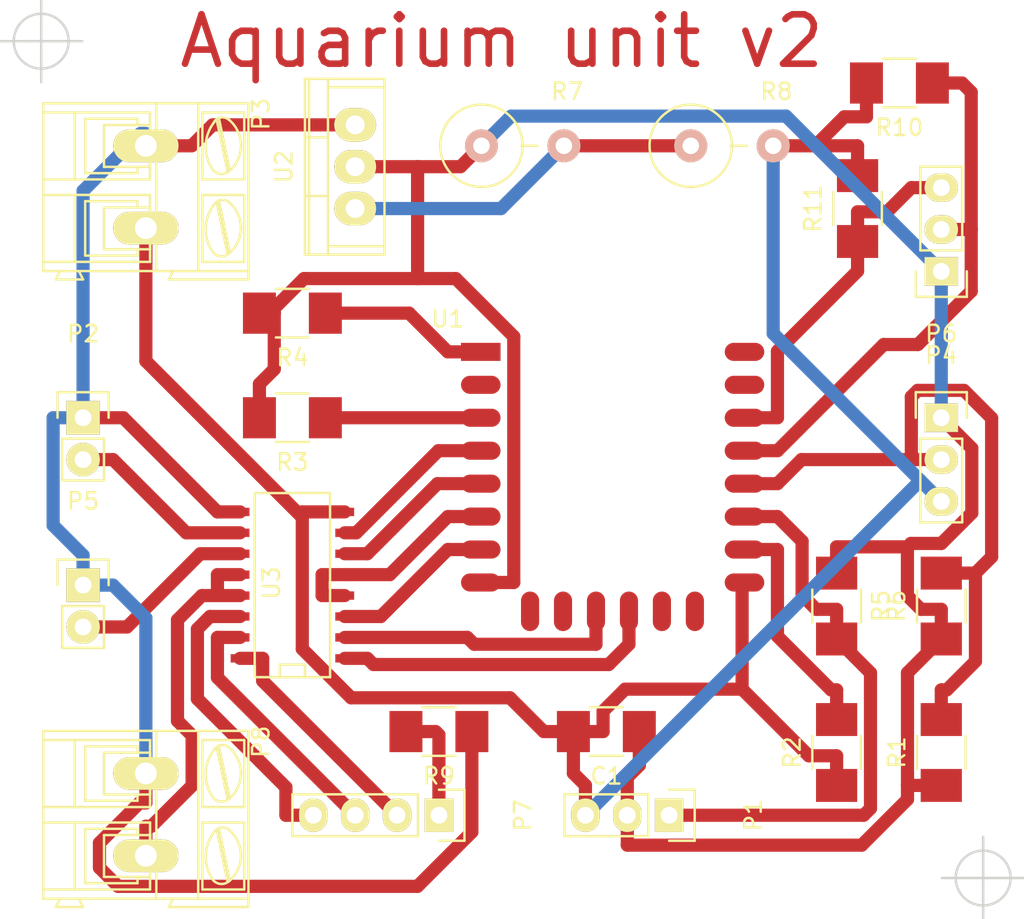
<source format=kicad_pcb>
(kicad_pcb (version 4) (host pcbnew 4.0.1-stable)

  (general
    (links 55)
    (no_connects 0)
    (area 18.868 21.43 81.24 77.43)
    (thickness 1.6)
    (drawings 3)
    (tracks 210)
    (zones 0)
    (modules 23)
    (nets 32)
  )

  (page A4)
  (layers
    (0 F.Cu signal)
    (31 B.Cu signal)
    (32 B.Adhes user)
    (33 F.Adhes user)
    (34 B.Paste user)
    (35 F.Paste user)
    (36 B.SilkS user)
    (37 F.SilkS user)
    (38 B.Mask user)
    (39 F.Mask user)
    (40 Dwgs.User user)
    (41 Cmts.User user)
    (42 Eco1.User user)
    (43 Eco2.User user)
    (44 Edge.Cuts user)
    (45 Margin user)
    (46 B.CrtYd user)
    (47 F.CrtYd user)
    (48 B.Fab user)
    (49 F.Fab user)
  )

  (setup
    (last_trace_width 0.8)
    (trace_clearance 0.4)
    (zone_clearance 0.508)
    (zone_45_only no)
    (trace_min 0.5)
    (segment_width 0.2)
    (edge_width 0.15)
    (via_size 2.5)
    (via_drill 0.8)
    (via_min_size 1.2)
    (via_min_drill 0.8)
    (uvia_size 0.3)
    (uvia_drill 0.1)
    (uvias_allowed no)
    (uvia_min_size 0.2)
    (uvia_min_drill 0.1)
    (pcb_text_width 0.3)
    (pcb_text_size 1.5 1.5)
    (mod_edge_width 0.15)
    (mod_text_size 1 1)
    (mod_text_width 0.15)
    (pad_size 1.524 1.524)
    (pad_drill 0.762)
    (pad_to_mask_clearance 0.2)
    (aux_axis_origin 0 0)
    (grid_origin 19.05 77.47)
    (visible_elements FFFFFF7F)
    (pcbplotparams
      (layerselection 0x00000_80000001)
      (usegerberextensions false)
      (excludeedgelayer false)
      (linewidth 0.200000)
      (plotframeref false)
      (viasonmask false)
      (mode 1)
      (useauxorigin false)
      (hpglpennumber 1)
      (hpglpenspeed 20)
      (hpglpendiameter 15)
      (hpglpenoverlay 2)
      (psnegative false)
      (psa4output false)
      (plotreference false)
      (plotvalue false)
      (plotinvisibletext false)
      (padsonsilk false)
      (subtractmaskfromsilk false)
      (outputformat 5)
      (mirror false)
      (drillshape 0)
      (scaleselection 1)
      (outputdirectory ""))
  )

  (net 0 "")
  (net 1 +3V3)
  (net 2 GND)
  (net 3 /RX)
  (net 4 /TX)
  (net 5 /RST)
  (net 6 /D15)
  (net 7 "Net-(R3-Pad1)")
  (net 8 /D0)
  (net 9 /D16)
  (net 10 "Net-(U1-Pad9)")
  (net 11 "Net-(U1-Pad10)")
  (net 12 /D9)
  (net 13 /D10)
  (net 14 "Net-(U1-Pad13)")
  (net 15 "Net-(U1-Pad14)")
  (net 16 /ADC)
  (net 17 /D14)
  (net 18 /D12)
  (net 19 /D13)
  (net 20 /D2)
  (net 21 +12V)
  (net 22 "Net-(P7-Pad1)")
  (net 23 "Net-(P7-Pad2)")
  (net 24 "Net-(P7-Pad3)")
  (net 25 "Net-(P7-Pad4)")
  (net 26 "Net-(P8-Pad2)")
  (net 27 "Net-(R7-Pad2)")
  (net 28 "Net-(P2-Pad2)")
  (net 29 "Net-(P5-Pad2)")
  (net 30 /BT1)
  (net 31 /BT2)

  (net_class Default "This is the default net class."
    (clearance 0.4)
    (trace_width 0.8)
    (via_dia 2.5)
    (via_drill 0.8)
    (uvia_dia 0.3)
    (uvia_drill 0.1)
    (add_net +12V)
    (add_net +3V3)
    (add_net /ADC)
    (add_net /BT1)
    (add_net /BT2)
    (add_net /D0)
    (add_net /D10)
    (add_net /D12)
    (add_net /D13)
    (add_net /D14)
    (add_net /D15)
    (add_net /D16)
    (add_net /D2)
    (add_net /D9)
    (add_net /RST)
    (add_net /RX)
    (add_net /TX)
    (add_net GND)
    (add_net "Net-(P2-Pad2)")
    (add_net "Net-(P5-Pad2)")
    (add_net "Net-(P7-Pad1)")
    (add_net "Net-(P7-Pad2)")
    (add_net "Net-(P7-Pad3)")
    (add_net "Net-(P7-Pad4)")
    (add_net "Net-(P8-Pad2)")
    (add_net "Net-(R3-Pad1)")
    (add_net "Net-(R7-Pad2)")
    (add_net "Net-(U1-Pad10)")
    (add_net "Net-(U1-Pad13)")
    (add_net "Net-(U1-Pad14)")
    (add_net "Net-(U1-Pad9)")
  )

  (module Capacitors_SMD:C_1210_HandSoldering (layer F.Cu) (tedit 541A9C39) (tstamp 57545C59)
    (at 55.88 66.04 180)
    (descr "Capacitor SMD 1210, hand soldering")
    (tags "capacitor 1210")
    (path /574FF4DD)
    (attr smd)
    (fp_text reference C1 (at 0 -2.7 180) (layer F.SilkS)
      (effects (font (size 1 1) (thickness 0.15)))
    )
    (fp_text value 0.1uF (at 0 2.7 180) (layer F.Fab)
      (effects (font (size 1 1) (thickness 0.15)))
    )
    (fp_line (start -3.3 -1.6) (end 3.3 -1.6) (layer F.CrtYd) (width 0.05))
    (fp_line (start -3.3 1.6) (end 3.3 1.6) (layer F.CrtYd) (width 0.05))
    (fp_line (start -3.3 -1.6) (end -3.3 1.6) (layer F.CrtYd) (width 0.05))
    (fp_line (start 3.3 -1.6) (end 3.3 1.6) (layer F.CrtYd) (width 0.05))
    (fp_line (start 1 -1.475) (end -1 -1.475) (layer F.SilkS) (width 0.15))
    (fp_line (start -1 1.475) (end 1 1.475) (layer F.SilkS) (width 0.15))
    (pad 1 smd rect (at -2 0 180) (size 2 2.5) (layers F.Cu F.Paste F.Mask)
      (net 1 +3V3))
    (pad 2 smd rect (at 2 0 180) (size 2 2.5) (layers F.Cu F.Paste F.Mask)
      (net 2 GND))
    (model Capacitors_SMD.3dshapes/C_1210_HandSoldering.wrl
      (at (xyz 0 0 0))
      (scale (xyz 1 1 1))
      (rotate (xyz 0 0 0))
    )
  )

  (module Resistors_SMD:R_1210_HandSoldering (layer F.Cu) (tedit 5418A32D) (tstamp 57545C68)
    (at 76.2 67.31 90)
    (descr "Resistor SMD 1210, hand soldering")
    (tags "resistor 1210")
    (path /57541E0C)
    (attr smd)
    (fp_text reference R1 (at 0 -2.7 90) (layer F.SilkS)
      (effects (font (size 1 1) (thickness 0.15)))
    )
    (fp_text value 10K (at 0 2.7 90) (layer F.Fab)
      (effects (font (size 1 1) (thickness 0.15)))
    )
    (fp_line (start -3.3 -1.6) (end 3.3 -1.6) (layer F.CrtYd) (width 0.05))
    (fp_line (start -3.3 1.6) (end 3.3 1.6) (layer F.CrtYd) (width 0.05))
    (fp_line (start -3.3 -1.6) (end -3.3 1.6) (layer F.CrtYd) (width 0.05))
    (fp_line (start 3.3 -1.6) (end 3.3 1.6) (layer F.CrtYd) (width 0.05))
    (fp_line (start 1 1.475) (end -1 1.475) (layer F.SilkS) (width 0.15))
    (fp_line (start -1 -1.475) (end 1 -1.475) (layer F.SilkS) (width 0.15))
    (pad 1 smd rect (at -2 0 90) (size 2 2.5) (layers F.Cu F.Paste F.Mask)
      (net 1 +3V3))
    (pad 2 smd rect (at 2 0 90) (size 2 2.5) (layers F.Cu F.Paste F.Mask)
      (net 8 /D0))
    (model Resistors_SMD.3dshapes/R_1210_HandSoldering.wrl
      (at (xyz 0 0 0))
      (scale (xyz 1 1 1))
      (rotate (xyz 0 0 0))
    )
  )

  (module Resistors_SMD:R_1210_HandSoldering (layer F.Cu) (tedit 5418A32D) (tstamp 57545C6E)
    (at 69.85 67.31 90)
    (descr "Resistor SMD 1210, hand soldering")
    (tags "resistor 1210")
    (path /574FED0D)
    (attr smd)
    (fp_text reference R2 (at 0 -2.7 90) (layer F.SilkS)
      (effects (font (size 1 1) (thickness 0.15)))
    )
    (fp_text value 10K (at 0 2.7 90) (layer F.Fab)
      (effects (font (size 1 1) (thickness 0.15)))
    )
    (fp_line (start -3.3 -1.6) (end 3.3 -1.6) (layer F.CrtYd) (width 0.05))
    (fp_line (start -3.3 1.6) (end 3.3 1.6) (layer F.CrtYd) (width 0.05))
    (fp_line (start -3.3 -1.6) (end -3.3 1.6) (layer F.CrtYd) (width 0.05))
    (fp_line (start 3.3 -1.6) (end 3.3 1.6) (layer F.CrtYd) (width 0.05))
    (fp_line (start 1 1.475) (end -1 1.475) (layer F.SilkS) (width 0.15))
    (fp_line (start -1 -1.475) (end 1 -1.475) (layer F.SilkS) (width 0.15))
    (pad 1 smd rect (at -2 0 90) (size 2 2.5) (layers F.Cu F.Paste F.Mask)
      (net 2 GND))
    (pad 2 smd rect (at 2 0 90) (size 2 2.5) (layers F.Cu F.Paste F.Mask)
      (net 6 /D15))
    (model Resistors_SMD.3dshapes/R_1210_HandSoldering.wrl
      (at (xyz 0 0 0))
      (scale (xyz 1 1 1))
      (rotate (xyz 0 0 0))
    )
  )

  (module Resistors_SMD:R_1210_HandSoldering (layer F.Cu) (tedit 5418A32D) (tstamp 57545C74)
    (at 36.83 46.99 180)
    (descr "Resistor SMD 1210, hand soldering")
    (tags "resistor 1210")
    (path /574FF0CF)
    (attr smd)
    (fp_text reference R3 (at 0 -2.7 180) (layer F.SilkS)
      (effects (font (size 1 1) (thickness 0.15)))
    )
    (fp_text value 10K (at 0 2.7 180) (layer F.Fab)
      (effects (font (size 1 1) (thickness 0.15)))
    )
    (fp_line (start -3.3 -1.6) (end 3.3 -1.6) (layer F.CrtYd) (width 0.05))
    (fp_line (start -3.3 1.6) (end 3.3 1.6) (layer F.CrtYd) (width 0.05))
    (fp_line (start -3.3 -1.6) (end -3.3 1.6) (layer F.CrtYd) (width 0.05))
    (fp_line (start 3.3 -1.6) (end 3.3 1.6) (layer F.CrtYd) (width 0.05))
    (fp_line (start 1 1.475) (end -1 1.475) (layer F.SilkS) (width 0.15))
    (fp_line (start -1 -1.475) (end 1 -1.475) (layer F.SilkS) (width 0.15))
    (pad 1 smd rect (at -2 0 180) (size 2 2.5) (layers F.Cu F.Paste F.Mask)
      (net 7 "Net-(R3-Pad1)"))
    (pad 2 smd rect (at 2 0 180) (size 2 2.5) (layers F.Cu F.Paste F.Mask)
      (net 1 +3V3))
    (model Resistors_SMD.3dshapes/R_1210_HandSoldering.wrl
      (at (xyz 0 0 0))
      (scale (xyz 1 1 1))
      (rotate (xyz 0 0 0))
    )
  )

  (module Resistors_SMD:R_1210_HandSoldering (layer F.Cu) (tedit 5418A32D) (tstamp 57545C7A)
    (at 36.83 40.64 180)
    (descr "Resistor SMD 1210, hand soldering")
    (tags "resistor 1210")
    (path /574FF0FB)
    (attr smd)
    (fp_text reference R4 (at 0 -2.7 180) (layer F.SilkS)
      (effects (font (size 1 1) (thickness 0.15)))
    )
    (fp_text value 10K (at 0 2.7 180) (layer F.Fab)
      (effects (font (size 1 1) (thickness 0.15)))
    )
    (fp_line (start -3.3 -1.6) (end 3.3 -1.6) (layer F.CrtYd) (width 0.05))
    (fp_line (start -3.3 1.6) (end 3.3 1.6) (layer F.CrtYd) (width 0.05))
    (fp_line (start -3.3 -1.6) (end -3.3 1.6) (layer F.CrtYd) (width 0.05))
    (fp_line (start 3.3 -1.6) (end 3.3 1.6) (layer F.CrtYd) (width 0.05))
    (fp_line (start 1 1.475) (end -1 1.475) (layer F.SilkS) (width 0.15))
    (fp_line (start -1 -1.475) (end 1 -1.475) (layer F.SilkS) (width 0.15))
    (pad 1 smd rect (at -2 0 180) (size 2 2.5) (layers F.Cu F.Paste F.Mask)
      (net 5 /RST))
    (pad 2 smd rect (at 2 0 180) (size 2 2.5) (layers F.Cu F.Paste F.Mask)
      (net 1 +3V3))
    (model Resistors_SMD.3dshapes/R_1210_HandSoldering.wrl
      (at (xyz 0 0 0))
      (scale (xyz 1 1 1))
      (rotate (xyz 0 0 0))
    )
  )

  (module Resistors_SMD:R_1210_HandSoldering (layer F.Cu) (tedit 5418A32D) (tstamp 57545C80)
    (at 69.85 58.42 270)
    (descr "Resistor SMD 1210, hand soldering")
    (tags "resistor 1210")
    (path /575481ED)
    (attr smd)
    (fp_text reference R5 (at 0 -2.7 270) (layer F.SilkS)
      (effects (font (size 1 1) (thickness 0.15)))
    )
    (fp_text value 10K (at 0 2.7 270) (layer F.Fab)
      (effects (font (size 1 1) (thickness 0.15)))
    )
    (fp_line (start -3.3 -1.6) (end 3.3 -1.6) (layer F.CrtYd) (width 0.05))
    (fp_line (start -3.3 1.6) (end 3.3 1.6) (layer F.CrtYd) (width 0.05))
    (fp_line (start -3.3 -1.6) (end -3.3 1.6) (layer F.CrtYd) (width 0.05))
    (fp_line (start 3.3 -1.6) (end 3.3 1.6) (layer F.CrtYd) (width 0.05))
    (fp_line (start 1 1.475) (end -1 1.475) (layer F.SilkS) (width 0.15))
    (fp_line (start -1 -1.475) (end 1 -1.475) (layer F.SilkS) (width 0.15))
    (pad 1 smd rect (at -2 0 270) (size 2 2.5) (layers F.Cu F.Paste F.Mask)
      (net 1 +3V3))
    (pad 2 smd rect (at 2 0 270) (size 2 2.5) (layers F.Cu F.Paste F.Mask)
      (net 20 /D2))
    (model Resistors_SMD.3dshapes/R_1210_HandSoldering.wrl
      (at (xyz 0 0 0))
      (scale (xyz 1 1 1))
      (rotate (xyz 0 0 0))
    )
  )

  (module Resistors_SMD:R_1210_HandSoldering (layer F.Cu) (tedit 5418A32D) (tstamp 57545C86)
    (at 76.2 58.42 90)
    (descr "Resistor SMD 1210, hand soldering")
    (tags "resistor 1210")
    (path /575538C7)
    (attr smd)
    (fp_text reference R6 (at 0 -2.7 90) (layer F.SilkS)
      (effects (font (size 1 1) (thickness 0.15)))
    )
    (fp_text value 4.7K (at 0 2.7 90) (layer F.Fab)
      (effects (font (size 1 1) (thickness 0.15)))
    )
    (fp_line (start -3.3 -1.6) (end 3.3 -1.6) (layer F.CrtYd) (width 0.05))
    (fp_line (start -3.3 1.6) (end 3.3 1.6) (layer F.CrtYd) (width 0.05))
    (fp_line (start -3.3 -1.6) (end -3.3 1.6) (layer F.CrtYd) (width 0.05))
    (fp_line (start 3.3 -1.6) (end 3.3 1.6) (layer F.CrtYd) (width 0.05))
    (fp_line (start 1 1.475) (end -1 1.475) (layer F.SilkS) (width 0.15))
    (fp_line (start -1 -1.475) (end 1 -1.475) (layer F.SilkS) (width 0.15))
    (pad 1 smd rect (at -2 0 90) (size 2 2.5) (layers F.Cu F.Paste F.Mask)
      (net 1 +3V3))
    (pad 2 smd rect (at 2 0 90) (size 2 2.5) (layers F.Cu F.Paste F.Mask)
      (net 8 /D0))
    (model Resistors_SMD.3dshapes/R_1210_HandSoldering.wrl
      (at (xyz 0 0 0))
      (scale (xyz 1 1 1))
      (rotate (xyz 0 0 0))
    )
  )

  (module ESP8266:ESP-12E (layer F.Cu) (tedit 559F8D21) (tstamp 57545CA0)
    (at 48.26 42.99)
    (descr "Module, ESP-8266, ESP-12, 16 pad, SMD")
    (tags "Module ESP-8266 ESP8266")
    (path /574FE884)
    (fp_text reference U1 (at -2 -2) (layer F.SilkS)
      (effects (font (size 1 1) (thickness 0.15)))
    )
    (fp_text value ESP-12E (at 8 1) (layer F.Fab)
      (effects (font (size 1 1) (thickness 0.15)))
    )
    (fp_line (start 16 -8.4) (end 0 -2.6) (layer F.CrtYd) (width 0.1524))
    (fp_line (start 0 -8.4) (end 16 -2.6) (layer F.CrtYd) (width 0.1524))
    (fp_text user "No Copper" (at 7.9 -5.4) (layer F.CrtYd)
      (effects (font (size 1 1) (thickness 0.15)))
    )
    (fp_line (start 0 -8.4) (end 0 -2.6) (layer F.CrtYd) (width 0.1524))
    (fp_line (start 0 -2.6) (end 16 -2.6) (layer F.CrtYd) (width 0.1524))
    (fp_line (start 16 -2.6) (end 16 -8.4) (layer F.CrtYd) (width 0.1524))
    (fp_line (start 16 -8.4) (end 0 -8.4) (layer F.CrtYd) (width 0.1524))
    (fp_line (start 16 -8.4) (end 16 15.6) (layer F.Fab) (width 0.1524))
    (fp_line (start 16 15.6) (end 0 15.6) (layer F.Fab) (width 0.1524))
    (fp_line (start 0 15.6) (end 0 -8.4) (layer F.Fab) (width 0.1524))
    (fp_line (start 0 -8.4) (end 16 -8.4) (layer F.Fab) (width 0.1524))
    (pad 9 smd oval (at 2.99 15.75 90) (size 2.4 1.1) (layers F.Cu F.Paste F.Mask)
      (net 10 "Net-(U1-Pad9)"))
    (pad 10 smd oval (at 4.99 15.75 90) (size 2.4 1.1) (layers F.Cu F.Paste F.Mask)
      (net 11 "Net-(U1-Pad10)"))
    (pad 11 smd oval (at 6.99 15.75 90) (size 2.4 1.1) (layers F.Cu F.Paste F.Mask)
      (net 12 /D9))
    (pad 12 smd oval (at 8.99 15.75 90) (size 2.4 1.1) (layers F.Cu F.Paste F.Mask)
      (net 13 /D10))
    (pad 13 smd oval (at 10.99 15.75 90) (size 2.4 1.1) (layers F.Cu F.Paste F.Mask)
      (net 14 "Net-(U1-Pad13)"))
    (pad 14 smd oval (at 12.99 15.75 90) (size 2.4 1.1) (layers F.Cu F.Paste F.Mask)
      (net 15 "Net-(U1-Pad14)"))
    (pad 1 smd rect (at 0 0) (size 2.4 1.1) (layers F.Cu F.Paste F.Mask)
      (net 5 /RST))
    (pad 2 smd oval (at 0 2) (size 2.4 1.1) (layers F.Cu F.Paste F.Mask)
      (net 16 /ADC))
    (pad 3 smd oval (at 0 4) (size 2.4 1.1) (layers F.Cu F.Paste F.Mask)
      (net 7 "Net-(R3-Pad1)"))
    (pad 4 smd oval (at 0 6) (size 2.4 1.1) (layers F.Cu F.Paste F.Mask)
      (net 9 /D16))
    (pad 5 smd oval (at 0 8) (size 2.4 1.1) (layers F.Cu F.Paste F.Mask)
      (net 17 /D14))
    (pad 6 smd oval (at 0 10) (size 2.4 1.1) (layers F.Cu F.Paste F.Mask)
      (net 18 /D12))
    (pad 7 smd oval (at 0 12) (size 2.4 1.1) (layers F.Cu F.Paste F.Mask)
      (net 19 /D13))
    (pad 8 smd oval (at 0 14) (size 2.4 1.1) (layers F.Cu F.Paste F.Mask)
      (net 1 +3V3))
    (pad 15 smd oval (at 16 14) (size 2.4 1.1) (layers F.Cu F.Paste F.Mask)
      (net 2 GND))
    (pad 16 smd oval (at 16 12) (size 2.4 1.1) (layers F.Cu F.Paste F.Mask)
      (net 6 /D15))
    (pad 17 smd oval (at 16 10) (size 2.4 1.1) (layers F.Cu F.Paste F.Mask)
      (net 20 /D2))
    (pad 18 smd oval (at 16 8) (size 2.4 1.1) (layers F.Cu F.Paste F.Mask)
      (net 8 /D0))
    (pad 19 smd oval (at 16 6) (size 2.4 1.1) (layers F.Cu F.Paste F.Mask)
      (net 30 /BT1))
    (pad 20 smd oval (at 16 4) (size 2.4 1.1) (layers F.Cu F.Paste F.Mask)
      (net 31 /BT2))
    (pad 21 smd oval (at 16 2) (size 2.4 1.1) (layers F.Cu F.Paste F.Mask)
      (net 4 /TX))
    (pad 22 smd oval (at 16 0) (size 2.4 1.1) (layers F.Cu F.Paste F.Mask)
      (net 3 /RX))
    (model ${ESPLIB}/ESP8266.3dshapes/ESP-12.wrl
      (at (xyz 0.04 0 0))
      (scale (xyz 0.3937 0.3937 0.3937))
      (rotate (xyz 0 0 0))
    )
  )

  (module Pin_Headers:Pin_Header_Straight_1x03 (layer F.Cu) (tedit 0) (tstamp 57553B79)
    (at 59.69 71.12 270)
    (descr "Through hole pin header")
    (tags "pin header")
    (path /57547CAD)
    (fp_text reference P1 (at 0 -5.1 270) (layer F.SilkS)
      (effects (font (size 1 1) (thickness 0.15)))
    )
    (fp_text value SERVO (at 0 -3.1 270) (layer F.Fab)
      (effects (font (size 1 1) (thickness 0.15)))
    )
    (fp_line (start -1.75 -1.75) (end -1.75 6.85) (layer F.CrtYd) (width 0.05))
    (fp_line (start 1.75 -1.75) (end 1.75 6.85) (layer F.CrtYd) (width 0.05))
    (fp_line (start -1.75 -1.75) (end 1.75 -1.75) (layer F.CrtYd) (width 0.05))
    (fp_line (start -1.75 6.85) (end 1.75 6.85) (layer F.CrtYd) (width 0.05))
    (fp_line (start -1.27 1.27) (end -1.27 6.35) (layer F.SilkS) (width 0.15))
    (fp_line (start -1.27 6.35) (end 1.27 6.35) (layer F.SilkS) (width 0.15))
    (fp_line (start 1.27 6.35) (end 1.27 1.27) (layer F.SilkS) (width 0.15))
    (fp_line (start 1.55 -1.55) (end 1.55 0) (layer F.SilkS) (width 0.15))
    (fp_line (start 1.27 1.27) (end -1.27 1.27) (layer F.SilkS) (width 0.15))
    (fp_line (start -1.55 0) (end -1.55 -1.55) (layer F.SilkS) (width 0.15))
    (fp_line (start -1.55 -1.55) (end 1.55 -1.55) (layer F.SilkS) (width 0.15))
    (pad 1 thru_hole rect (at 0 0 270) (size 2.032 1.7272) (drill 1.016) (layers *.Cu *.Mask F.SilkS)
      (net 20 /D2))
    (pad 2 thru_hole oval (at 0 2.54 270) (size 2.032 1.7272) (drill 1.016) (layers *.Cu *.Mask F.SilkS)
      (net 1 +3V3))
    (pad 3 thru_hole oval (at 0 5.08 270) (size 2.032 1.7272) (drill 1.016) (layers *.Cu *.Mask F.SilkS)
      (net 2 GND))
    (model Pin_Headers.3dshapes/Pin_Header_Straight_1x03.wrl
      (at (xyz 0 -0.1 0))
      (scale (xyz 1 1 1))
      (rotate (xyz 0 0 90))
    )
  )

  (module Pin_Headers:Pin_Header_Straight_1x02 (layer F.Cu) (tedit 54EA090C) (tstamp 57553B84)
    (at 24.13 46.99)
    (descr "Through hole pin header")
    (tags "pin header")
    (path /5754874B)
    (fp_text reference P2 (at 0 -5.1) (layer F.SilkS)
      (effects (font (size 1 1) (thickness 0.15)))
    )
    (fp_text value PUMP (at 0 -3.1) (layer F.Fab)
      (effects (font (size 1 1) (thickness 0.15)))
    )
    (fp_line (start 1.27 1.27) (end 1.27 3.81) (layer F.SilkS) (width 0.15))
    (fp_line (start 1.55 -1.55) (end 1.55 0) (layer F.SilkS) (width 0.15))
    (fp_line (start -1.75 -1.75) (end -1.75 4.3) (layer F.CrtYd) (width 0.05))
    (fp_line (start 1.75 -1.75) (end 1.75 4.3) (layer F.CrtYd) (width 0.05))
    (fp_line (start -1.75 -1.75) (end 1.75 -1.75) (layer F.CrtYd) (width 0.05))
    (fp_line (start -1.75 4.3) (end 1.75 4.3) (layer F.CrtYd) (width 0.05))
    (fp_line (start 1.27 1.27) (end -1.27 1.27) (layer F.SilkS) (width 0.15))
    (fp_line (start -1.55 0) (end -1.55 -1.55) (layer F.SilkS) (width 0.15))
    (fp_line (start -1.55 -1.55) (end 1.55 -1.55) (layer F.SilkS) (width 0.15))
    (fp_line (start -1.27 1.27) (end -1.27 3.81) (layer F.SilkS) (width 0.15))
    (fp_line (start -1.27 3.81) (end 1.27 3.81) (layer F.SilkS) (width 0.15))
    (pad 1 thru_hole rect (at 0 0) (size 2.032 2.032) (drill 1.016) (layers *.Cu *.Mask F.SilkS)
      (net 21 +12V))
    (pad 2 thru_hole oval (at 0 2.54) (size 2.032 2.032) (drill 1.016) (layers *.Cu *.Mask F.SilkS)
      (net 28 "Net-(P2-Pad2)"))
    (model Pin_Headers.3dshapes/Pin_Header_Straight_1x02.wrl
      (at (xyz 0 -0.05 0))
      (scale (xyz 1 1 1))
      (rotate (xyz 0 0 90))
    )
  )

  (module Pin_Headers:Pin_Header_Straight_1x03 (layer F.Cu) (tedit 0) (tstamp 57553B91)
    (at 76.2 38.1 180)
    (descr "Through hole pin header")
    (tags "pin header")
    (path /57547F49)
    (fp_text reference P4 (at 0 -5.1 180) (layer F.SilkS)
      (effects (font (size 1 1) (thickness 0.15)))
    )
    (fp_text value BUTTONS (at 0 -3.1 180) (layer F.Fab)
      (effects (font (size 1 1) (thickness 0.15)))
    )
    (fp_line (start -1.75 -1.75) (end -1.75 6.85) (layer F.CrtYd) (width 0.05))
    (fp_line (start 1.75 -1.75) (end 1.75 6.85) (layer F.CrtYd) (width 0.05))
    (fp_line (start -1.75 -1.75) (end 1.75 -1.75) (layer F.CrtYd) (width 0.05))
    (fp_line (start -1.75 6.85) (end 1.75 6.85) (layer F.CrtYd) (width 0.05))
    (fp_line (start -1.27 1.27) (end -1.27 6.35) (layer F.SilkS) (width 0.15))
    (fp_line (start -1.27 6.35) (end 1.27 6.35) (layer F.SilkS) (width 0.15))
    (fp_line (start 1.27 6.35) (end 1.27 1.27) (layer F.SilkS) (width 0.15))
    (fp_line (start 1.55 -1.55) (end 1.55 0) (layer F.SilkS) (width 0.15))
    (fp_line (start 1.27 1.27) (end -1.27 1.27) (layer F.SilkS) (width 0.15))
    (fp_line (start -1.55 0) (end -1.55 -1.55) (layer F.SilkS) (width 0.15))
    (fp_line (start -1.55 -1.55) (end 1.55 -1.55) (layer F.SilkS) (width 0.15))
    (pad 1 thru_hole rect (at 0 0 180) (size 2.032 1.7272) (drill 1.016) (layers *.Cu *.Mask F.SilkS)
      (net 1 +3V3))
    (pad 2 thru_hole oval (at 0 2.54 180) (size 2.032 1.7272) (drill 1.016) (layers *.Cu *.Mask F.SilkS)
      (net 30 /BT1))
    (pad 3 thru_hole oval (at 0 5.08 180) (size 2.032 1.7272) (drill 1.016) (layers *.Cu *.Mask F.SilkS)
      (net 31 /BT2))
    (model Pin_Headers.3dshapes/Pin_Header_Straight_1x03.wrl
      (at (xyz 0 -0.1 0))
      (scale (xyz 1 1 1))
      (rotate (xyz 0 0 90))
    )
  )

  (module Pin_Headers:Pin_Header_Straight_1x02 (layer F.Cu) (tedit 54EA090C) (tstamp 57553B97)
    (at 24.13 57.15)
    (descr "Through hole pin header")
    (tags "pin header")
    (path /5754927F)
    (fp_text reference P5 (at 0 -5.1) (layer F.SilkS)
      (effects (font (size 1 1) (thickness 0.15)))
    )
    (fp_text value FAN (at 0 -3.1) (layer F.Fab)
      (effects (font (size 1 1) (thickness 0.15)))
    )
    (fp_line (start 1.27 1.27) (end 1.27 3.81) (layer F.SilkS) (width 0.15))
    (fp_line (start 1.55 -1.55) (end 1.55 0) (layer F.SilkS) (width 0.15))
    (fp_line (start -1.75 -1.75) (end -1.75 4.3) (layer F.CrtYd) (width 0.05))
    (fp_line (start 1.75 -1.75) (end 1.75 4.3) (layer F.CrtYd) (width 0.05))
    (fp_line (start -1.75 -1.75) (end 1.75 -1.75) (layer F.CrtYd) (width 0.05))
    (fp_line (start -1.75 4.3) (end 1.75 4.3) (layer F.CrtYd) (width 0.05))
    (fp_line (start 1.27 1.27) (end -1.27 1.27) (layer F.SilkS) (width 0.15))
    (fp_line (start -1.55 0) (end -1.55 -1.55) (layer F.SilkS) (width 0.15))
    (fp_line (start -1.55 -1.55) (end 1.55 -1.55) (layer F.SilkS) (width 0.15))
    (fp_line (start -1.27 1.27) (end -1.27 3.81) (layer F.SilkS) (width 0.15))
    (fp_line (start -1.27 3.81) (end 1.27 3.81) (layer F.SilkS) (width 0.15))
    (pad 1 thru_hole rect (at 0 0) (size 2.032 2.032) (drill 1.016) (layers *.Cu *.Mask F.SilkS)
      (net 21 +12V))
    (pad 2 thru_hole oval (at 0 2.54) (size 2.032 2.032) (drill 1.016) (layers *.Cu *.Mask F.SilkS)
      (net 29 "Net-(P5-Pad2)"))
    (model Pin_Headers.3dshapes/Pin_Header_Straight_1x02.wrl
      (at (xyz 0 -0.05 0))
      (scale (xyz 1 1 1))
      (rotate (xyz 0 0 90))
    )
  )

  (module Pin_Headers:Pin_Header_Straight_1x03 (layer F.Cu) (tedit 0) (tstamp 57553B9E)
    (at 76.2 46.99)
    (descr "Through hole pin header")
    (tags "pin header")
    (path /57548606)
    (fp_text reference P6 (at 0 -5.1) (layer F.SilkS)
      (effects (font (size 1 1) (thickness 0.15)))
    )
    (fp_text value DS (at 0 -3.1) (layer F.Fab)
      (effects (font (size 1 1) (thickness 0.15)))
    )
    (fp_line (start -1.75 -1.75) (end -1.75 6.85) (layer F.CrtYd) (width 0.05))
    (fp_line (start 1.75 -1.75) (end 1.75 6.85) (layer F.CrtYd) (width 0.05))
    (fp_line (start -1.75 -1.75) (end 1.75 -1.75) (layer F.CrtYd) (width 0.05))
    (fp_line (start -1.75 6.85) (end 1.75 6.85) (layer F.CrtYd) (width 0.05))
    (fp_line (start -1.27 1.27) (end -1.27 6.35) (layer F.SilkS) (width 0.15))
    (fp_line (start -1.27 6.35) (end 1.27 6.35) (layer F.SilkS) (width 0.15))
    (fp_line (start 1.27 6.35) (end 1.27 1.27) (layer F.SilkS) (width 0.15))
    (fp_line (start 1.55 -1.55) (end 1.55 0) (layer F.SilkS) (width 0.15))
    (fp_line (start 1.27 1.27) (end -1.27 1.27) (layer F.SilkS) (width 0.15))
    (fp_line (start -1.55 0) (end -1.55 -1.55) (layer F.SilkS) (width 0.15))
    (fp_line (start -1.55 -1.55) (end 1.55 -1.55) (layer F.SilkS) (width 0.15))
    (pad 1 thru_hole rect (at 0 0) (size 2.032 1.7272) (drill 1.016) (layers *.Cu *.Mask F.SilkS)
      (net 1 +3V3))
    (pad 2 thru_hole oval (at 0 2.54) (size 2.032 1.7272) (drill 1.016) (layers *.Cu *.Mask F.SilkS)
      (net 8 /D0))
    (pad 3 thru_hole oval (at 0 5.08) (size 2.032 1.7272) (drill 1.016) (layers *.Cu *.Mask F.SilkS)
      (net 2 GND))
    (model Pin_Headers.3dshapes/Pin_Header_Straight_1x03.wrl
      (at (xyz 0 -0.1 0))
      (scale (xyz 1 1 1))
      (rotate (xyz 0 0 90))
    )
  )

  (module Pin_Headers:Pin_Header_Straight_1x04 (layer F.Cu) (tedit 0) (tstamp 57553BA6)
    (at 45.72 71.12 270)
    (descr "Through hole pin header")
    (tags "pin header")
    (path /575495CE)
    (fp_text reference P7 (at 0 -5.1 270) (layer F.SilkS)
      (effects (font (size 1 1) (thickness 0.15)))
    )
    (fp_text value SUB_LEDS (at 0 -3.1 270) (layer F.Fab)
      (effects (font (size 1 1) (thickness 0.15)))
    )
    (fp_line (start -1.75 -1.75) (end -1.75 9.4) (layer F.CrtYd) (width 0.05))
    (fp_line (start 1.75 -1.75) (end 1.75 9.4) (layer F.CrtYd) (width 0.05))
    (fp_line (start -1.75 -1.75) (end 1.75 -1.75) (layer F.CrtYd) (width 0.05))
    (fp_line (start -1.75 9.4) (end 1.75 9.4) (layer F.CrtYd) (width 0.05))
    (fp_line (start -1.27 1.27) (end -1.27 8.89) (layer F.SilkS) (width 0.15))
    (fp_line (start 1.27 1.27) (end 1.27 8.89) (layer F.SilkS) (width 0.15))
    (fp_line (start 1.55 -1.55) (end 1.55 0) (layer F.SilkS) (width 0.15))
    (fp_line (start -1.27 8.89) (end 1.27 8.89) (layer F.SilkS) (width 0.15))
    (fp_line (start 1.27 1.27) (end -1.27 1.27) (layer F.SilkS) (width 0.15))
    (fp_line (start -1.55 0) (end -1.55 -1.55) (layer F.SilkS) (width 0.15))
    (fp_line (start -1.55 -1.55) (end 1.55 -1.55) (layer F.SilkS) (width 0.15))
    (pad 1 thru_hole rect (at 0 0 270) (size 2.032 1.7272) (drill 1.016) (layers *.Cu *.Mask F.SilkS)
      (net 22 "Net-(P7-Pad1)"))
    (pad 2 thru_hole oval (at 0 2.54 270) (size 2.032 1.7272) (drill 1.016) (layers *.Cu *.Mask F.SilkS)
      (net 23 "Net-(P7-Pad2)"))
    (pad 3 thru_hole oval (at 0 5.08 270) (size 2.032 1.7272) (drill 1.016) (layers *.Cu *.Mask F.SilkS)
      (net 24 "Net-(P7-Pad3)"))
    (pad 4 thru_hole oval (at 0 7.62 270) (size 2.032 1.7272) (drill 1.016) (layers *.Cu *.Mask F.SilkS)
      (net 25 "Net-(P7-Pad4)"))
    (model Pin_Headers.3dshapes/Pin_Header_Straight_1x04.wrl
      (at (xyz 0 -0.15 0))
      (scale (xyz 1 1 1))
      (rotate (xyz 0 0 90))
    )
  )

  (module Resistors_ThroughHole:Resistor_Vertical_RM5mm (layer F.Cu) (tedit 0) (tstamp 57553BC7)
    (at 50.8 30.48)
    (descr "Resistor, Vertical, RM 5mm, 1/3W,")
    (tags "Resistor, Vertical, RM 5mm, 1/3W,")
    (path /5754773A)
    (fp_text reference R7 (at 2.70002 -3.29946) (layer F.SilkS)
      (effects (font (size 1 1) (thickness 0.15)))
    )
    (fp_text value 330 (at 0 4.50088) (layer F.Fab)
      (effects (font (size 1 1) (thickness 0.15)))
    )
    (fp_line (start -0.09906 0) (end 0.9017 0) (layer F.SilkS) (width 0.15))
    (fp_circle (center -2.49936 0) (end 0 0) (layer F.SilkS) (width 0.15))
    (pad 1 thru_hole circle (at -2.49936 0) (size 1.99898 1.99898) (drill 1.00076) (layers *.Cu *.SilkS *.Mask)
      (net 1 +3V3))
    (pad 2 thru_hole circle (at 2.5019 0) (size 1.99898 1.99898) (drill 1.00076) (layers *.Cu *.SilkS *.Mask)
      (net 27 "Net-(R7-Pad2)"))
  )

  (module Resistors_ThroughHole:Resistor_Vertical_RM5mm (layer F.Cu) (tedit 0) (tstamp 57553BCD)
    (at 63.5 30.48)
    (descr "Resistor, Vertical, RM 5mm, 1/3W,")
    (tags "Resistor, Vertical, RM 5mm, 1/3W,")
    (path /5754781C)
    (fp_text reference R8 (at 2.70002 -3.29946) (layer F.SilkS)
      (effects (font (size 1 1) (thickness 0.15)))
    )
    (fp_text value 560 (at 0 4.50088) (layer F.Fab)
      (effects (font (size 1 1) (thickness 0.15)))
    )
    (fp_line (start -0.09906 0) (end 0.9017 0) (layer F.SilkS) (width 0.15))
    (fp_circle (center -2.49936 0) (end 0 0) (layer F.SilkS) (width 0.15))
    (pad 1 thru_hole circle (at -2.49936 0) (size 1.99898 1.99898) (drill 1.00076) (layers *.Cu *.SilkS *.Mask)
      (net 27 "Net-(R7-Pad2)"))
    (pad 2 thru_hole circle (at 2.5019 0) (size 1.99898 1.99898) (drill 1.00076) (layers *.Cu *.SilkS *.Mask)
      (net 2 GND))
  )

  (module Resistors_SMD:R_1210_HandSoldering (layer F.Cu) (tedit 5418A32D) (tstamp 57553BD3)
    (at 45.72 66.04 180)
    (descr "Resistor SMD 1210, hand soldering")
    (tags "resistor 1210")
    (path /57553E7F)
    (attr smd)
    (fp_text reference R9 (at 0 -2.7 180) (layer F.SilkS)
      (effects (font (size 1 1) (thickness 0.15)))
    )
    (fp_text value 470 (at 0 2.7 180) (layer F.Fab)
      (effects (font (size 1 1) (thickness 0.15)))
    )
    (fp_line (start -3.3 -1.6) (end 3.3 -1.6) (layer F.CrtYd) (width 0.05))
    (fp_line (start -3.3 1.6) (end 3.3 1.6) (layer F.CrtYd) (width 0.05))
    (fp_line (start -3.3 -1.6) (end -3.3 1.6) (layer F.CrtYd) (width 0.05))
    (fp_line (start 3.3 -1.6) (end 3.3 1.6) (layer F.CrtYd) (width 0.05))
    (fp_line (start 1 1.475) (end -1 1.475) (layer F.SilkS) (width 0.15))
    (fp_line (start -1 -1.475) (end 1 -1.475) (layer F.SilkS) (width 0.15))
    (pad 1 smd rect (at -2 0 180) (size 2 2.5) (layers F.Cu F.Paste F.Mask)
      (net 21 +12V))
    (pad 2 smd rect (at 2 0 180) (size 2 2.5) (layers F.Cu F.Paste F.Mask)
      (net 22 "Net-(P7-Pad1)"))
    (model Resistors_SMD.3dshapes/R_1210_HandSoldering.wrl
      (at (xyz 0 0 0))
      (scale (xyz 1 1 1))
      (rotate (xyz 0 0 0))
    )
  )

  (module Power_Integrations:TO-220 (layer F.Cu) (tedit 0) (tstamp 57553BDA)
    (at 40.64 31.75 90)
    (descr "Non Isolated JEDEC TO-220 Package")
    (tags "Power Integration YN Package")
    (path /57547645)
    (fp_text reference U2 (at 0 -4.318 90) (layer F.SilkS)
      (effects (font (size 1 1) (thickness 0.15)))
    )
    (fp_text value LM317T (at 0 -4.318 90) (layer F.Fab)
      (effects (font (size 1 1) (thickness 0.15)))
    )
    (fp_line (start 4.826 -1.651) (end 4.826 1.778) (layer F.SilkS) (width 0.15))
    (fp_line (start -4.826 -1.651) (end -4.826 1.778) (layer F.SilkS) (width 0.15))
    (fp_line (start 5.334 -2.794) (end -5.334 -2.794) (layer F.SilkS) (width 0.15))
    (fp_line (start 1.778 -1.778) (end 1.778 -3.048) (layer F.SilkS) (width 0.15))
    (fp_line (start -1.778 -1.778) (end -1.778 -3.048) (layer F.SilkS) (width 0.15))
    (fp_line (start -5.334 -1.651) (end 5.334 -1.651) (layer F.SilkS) (width 0.15))
    (fp_line (start 5.334 1.778) (end -5.334 1.778) (layer F.SilkS) (width 0.15))
    (fp_line (start -5.334 -3.048) (end -5.334 1.778) (layer F.SilkS) (width 0.15))
    (fp_line (start 5.334 -3.048) (end 5.334 1.778) (layer F.SilkS) (width 0.15))
    (fp_line (start 5.334 -3.048) (end -5.334 -3.048) (layer F.SilkS) (width 0.15))
    (pad 2 thru_hole oval (at 0 0 90) (size 2.032 2.54) (drill 1.143) (layers *.Cu *.Mask F.SilkS)
      (net 1 +3V3))
    (pad 3 thru_hole oval (at 2.54 0 90) (size 2.032 2.54) (drill 1.143) (layers *.Cu *.Mask F.SilkS)
      (net 21 +12V))
    (pad 1 thru_hole oval (at -2.54 0 90) (size 2.032 2.54) (drill 1.143) (layers *.Cu *.Mask F.SilkS)
      (net 27 "Net-(R7-Pad2)"))
  )

  (module SMD_Packages:SO-16-N (layer F.Cu) (tedit 0) (tstamp 57553BEE)
    (at 36.83 57.15 90)
    (descr "Module CMS SOJ 16 pins large")
    (tags "CMS SOJ")
    (path /575531A5)
    (attr smd)
    (fp_text reference U3 (at 0.127 -1.27 90) (layer F.SilkS)
      (effects (font (size 1 1) (thickness 0.15)))
    )
    (fp_text value ULN2003 (at 0 1.27 90) (layer F.Fab)
      (effects (font (size 1 1) (thickness 0.15)))
    )
    (fp_line (start -5.588 -0.762) (end -4.826 -0.762) (layer F.SilkS) (width 0.15))
    (fp_line (start -4.826 -0.762) (end -4.826 0.762) (layer F.SilkS) (width 0.15))
    (fp_line (start -4.826 0.762) (end -5.588 0.762) (layer F.SilkS) (width 0.15))
    (fp_line (start 5.588 -2.286) (end 5.588 2.286) (layer F.SilkS) (width 0.15))
    (fp_line (start 5.588 2.286) (end -5.588 2.286) (layer F.SilkS) (width 0.15))
    (fp_line (start -5.588 2.286) (end -5.588 -2.286) (layer F.SilkS) (width 0.15))
    (fp_line (start -5.588 -2.286) (end 5.588 -2.286) (layer F.SilkS) (width 0.15))
    (pad 16 smd rect (at -4.445 -3.175 90) (size 0.508 1.143) (layers F.Cu F.Paste F.Mask)
      (net 23 "Net-(P7-Pad2)"))
    (pad 14 smd rect (at -1.905 -3.175 90) (size 0.508 1.143) (layers F.Cu F.Paste F.Mask)
      (net 25 "Net-(P7-Pad4)"))
    (pad 13 smd rect (at -0.635 -3.175 90) (size 0.508 1.143) (layers F.Cu F.Paste F.Mask)
      (net 26 "Net-(P8-Pad2)"))
    (pad 12 smd rect (at 0.635 -3.175 90) (size 0.508 1.143) (layers F.Cu F.Paste F.Mask)
      (net 26 "Net-(P8-Pad2)"))
    (pad 11 smd rect (at 1.905 -3.175 90) (size 0.508 1.143) (layers F.Cu F.Paste F.Mask)
      (net 29 "Net-(P5-Pad2)"))
    (pad 10 smd rect (at 3.175 -3.175 90) (size 0.508 1.143) (layers F.Cu F.Paste F.Mask)
      (net 28 "Net-(P2-Pad2)"))
    (pad 9 smd rect (at 4.445 -3.175 90) (size 0.508 1.143) (layers F.Cu F.Paste F.Mask)
      (net 21 +12V))
    (pad 8 smd rect (at 4.445 3.175 90) (size 0.508 1.143) (layers F.Cu F.Paste F.Mask)
      (net 2 GND))
    (pad 7 smd rect (at 3.175 3.175 90) (size 0.508 1.143) (layers F.Cu F.Paste F.Mask)
      (net 9 /D16))
    (pad 6 smd rect (at 1.905 3.175 90) (size 0.508 1.143) (layers F.Cu F.Paste F.Mask)
      (net 17 /D14))
    (pad 5 smd rect (at 0.635 3.175 90) (size 0.508 1.143) (layers F.Cu F.Paste F.Mask)
      (net 18 /D12))
    (pad 4 smd rect (at -0.635 3.175 90) (size 0.508 1.143) (layers F.Cu F.Paste F.Mask)
      (net 18 /D12))
    (pad 3 smd rect (at -1.905 3.175 90) (size 0.508 1.143) (layers F.Cu F.Paste F.Mask)
      (net 19 /D13))
    (pad 2 smd rect (at -3.175 3.175 90) (size 0.508 1.143) (layers F.Cu F.Paste F.Mask)
      (net 12 /D9))
    (pad 1 smd rect (at -4.445 3.175 90) (size 0.508 1.143) (layers F.Cu F.Paste F.Mask)
      (net 13 /D10))
    (pad 15 smd rect (at -3.175 -3.175 90) (size 0.508 1.143) (layers F.Cu F.Paste F.Mask)
      (net 24 "Net-(P7-Pad3)"))
    (model SMD_Packages.3dshapes/SO-16-N.wrl
      (at (xyz 0 0 0))
      (scale (xyz 0.5 0.4 0.5))
      (rotate (xyz 0 0 0))
    )
  )

  (module Connect:AK300-2 (layer F.Cu) (tedit 54792136) (tstamp 57553DD7)
    (at 27.94 30.48 270)
    (descr CONNECTOR)
    (tags CONNECTOR)
    (path /57547DE4)
    (attr virtual)
    (fp_text reference P3 (at -1.92 -6.985 270) (layer F.SilkS)
      (effects (font (size 1 1) (thickness 0.15)))
    )
    (fp_text value POWER (at 2.779 7.747 270) (layer F.Fab)
      (effects (font (size 1 1) (thickness 0.15)))
    )
    (fp_line (start 8.363 -6.473) (end -2.83 -6.473) (layer F.CrtYd) (width 0.05))
    (fp_line (start 8.363 6.473) (end 8.363 -6.473) (layer F.CrtYd) (width 0.05))
    (fp_line (start -2.83 6.473) (end 8.363 6.473) (layer F.CrtYd) (width 0.05))
    (fp_line (start -2.83 -6.473) (end -2.83 6.473) (layer F.CrtYd) (width 0.05))
    (fp_line (start -1.2596 2.54) (end 1.2804 2.54) (layer F.SilkS) (width 0.15))
    (fp_line (start 1.2804 2.54) (end 1.2804 -0.254) (layer F.SilkS) (width 0.15))
    (fp_line (start -1.2596 -0.254) (end 1.2804 -0.254) (layer F.SilkS) (width 0.15))
    (fp_line (start -1.2596 2.54) (end -1.2596 -0.254) (layer F.SilkS) (width 0.15))
    (fp_line (start 3.7442 2.54) (end 6.2842 2.54) (layer F.SilkS) (width 0.15))
    (fp_line (start 6.2842 2.54) (end 6.2842 -0.254) (layer F.SilkS) (width 0.15))
    (fp_line (start 3.7442 -0.254) (end 6.2842 -0.254) (layer F.SilkS) (width 0.15))
    (fp_line (start 3.7442 2.54) (end 3.7442 -0.254) (layer F.SilkS) (width 0.15))
    (fp_line (start 7.605 -6.223) (end 7.605 -3.175) (layer F.SilkS) (width 0.15))
    (fp_line (start 7.605 -6.223) (end -2.58 -6.223) (layer F.SilkS) (width 0.15))
    (fp_line (start 7.605 -6.223) (end 8.113 -6.223) (layer F.SilkS) (width 0.15))
    (fp_line (start 8.113 -6.223) (end 8.113 -1.397) (layer F.SilkS) (width 0.15))
    (fp_line (start 8.113 -1.397) (end 7.605 -1.651) (layer F.SilkS) (width 0.15))
    (fp_line (start 8.113 5.461) (end 7.605 5.207) (layer F.SilkS) (width 0.15))
    (fp_line (start 7.605 5.207) (end 7.605 6.223) (layer F.SilkS) (width 0.15))
    (fp_line (start 8.113 3.81) (end 7.605 4.064) (layer F.SilkS) (width 0.15))
    (fp_line (start 7.605 4.064) (end 7.605 5.207) (layer F.SilkS) (width 0.15))
    (fp_line (start 8.113 3.81) (end 8.113 5.461) (layer F.SilkS) (width 0.15))
    (fp_line (start 2.9822 6.223) (end 2.9822 4.318) (layer F.SilkS) (width 0.15))
    (fp_line (start 7.0462 -0.254) (end 7.0462 4.318) (layer F.SilkS) (width 0.15))
    (fp_line (start 2.9822 6.223) (end 7.0462 6.223) (layer F.SilkS) (width 0.15))
    (fp_line (start 7.0462 6.223) (end 7.605 6.223) (layer F.SilkS) (width 0.15))
    (fp_line (start 2.0424 6.223) (end 2.0424 4.318) (layer F.SilkS) (width 0.15))
    (fp_line (start 2.0424 6.223) (end 2.9822 6.223) (layer F.SilkS) (width 0.15))
    (fp_line (start -2.0216 -0.254) (end -2.0216 4.318) (layer F.SilkS) (width 0.15))
    (fp_line (start -2.58 6.223) (end -2.0216 6.223) (layer F.SilkS) (width 0.15))
    (fp_line (start -2.0216 6.223) (end 2.0424 6.223) (layer F.SilkS) (width 0.15))
    (fp_line (start 2.9822 4.318) (end 7.0462 4.318) (layer F.SilkS) (width 0.15))
    (fp_line (start 2.9822 4.318) (end 2.9822 -0.254) (layer F.SilkS) (width 0.15))
    (fp_line (start 7.0462 4.318) (end 7.0462 6.223) (layer F.SilkS) (width 0.15))
    (fp_line (start 2.0424 4.318) (end -2.0216 4.318) (layer F.SilkS) (width 0.15))
    (fp_line (start 2.0424 4.318) (end 2.0424 -0.254) (layer F.SilkS) (width 0.15))
    (fp_line (start -2.0216 4.318) (end -2.0216 6.223) (layer F.SilkS) (width 0.15))
    (fp_line (start 6.6652 3.683) (end 6.6652 0.508) (layer F.SilkS) (width 0.15))
    (fp_line (start 6.6652 3.683) (end 3.3632 3.683) (layer F.SilkS) (width 0.15))
    (fp_line (start 3.3632 3.683) (end 3.3632 0.508) (layer F.SilkS) (width 0.15))
    (fp_line (start 1.6614 3.683) (end 1.6614 0.508) (layer F.SilkS) (width 0.15))
    (fp_line (start 1.6614 3.683) (end -1.6406 3.683) (layer F.SilkS) (width 0.15))
    (fp_line (start -1.6406 3.683) (end -1.6406 0.508) (layer F.SilkS) (width 0.15))
    (fp_line (start -1.6406 0.508) (end -1.2596 0.508) (layer F.SilkS) (width 0.15))
    (fp_line (start 1.6614 0.508) (end 1.2804 0.508) (layer F.SilkS) (width 0.15))
    (fp_line (start 3.3632 0.508) (end 3.7442 0.508) (layer F.SilkS) (width 0.15))
    (fp_line (start 6.6652 0.508) (end 6.2842 0.508) (layer F.SilkS) (width 0.15))
    (fp_line (start -2.58 6.223) (end -2.58 -0.635) (layer F.SilkS) (width 0.15))
    (fp_line (start -2.58 -0.635) (end -2.58 -3.175) (layer F.SilkS) (width 0.15))
    (fp_line (start 7.605 -1.651) (end 7.605 -0.635) (layer F.SilkS) (width 0.15))
    (fp_line (start 7.605 -0.635) (end 7.605 4.064) (layer F.SilkS) (width 0.15))
    (fp_line (start -2.58 -3.175) (end 7.605 -3.175) (layer F.SilkS) (width 0.15))
    (fp_line (start -2.58 -3.175) (end -2.58 -6.223) (layer F.SilkS) (width 0.15))
    (fp_line (start 7.605 -3.175) (end 7.605 -1.651) (layer F.SilkS) (width 0.15))
    (fp_line (start 2.9822 -3.429) (end 2.9822 -5.969) (layer F.SilkS) (width 0.15))
    (fp_line (start 2.9822 -5.969) (end 7.0462 -5.969) (layer F.SilkS) (width 0.15))
    (fp_line (start 7.0462 -5.969) (end 7.0462 -3.429) (layer F.SilkS) (width 0.15))
    (fp_line (start 7.0462 -3.429) (end 2.9822 -3.429) (layer F.SilkS) (width 0.15))
    (fp_line (start 2.0424 -3.429) (end 2.0424 -5.969) (layer F.SilkS) (width 0.15))
    (fp_line (start 2.0424 -3.429) (end -2.0216 -3.429) (layer F.SilkS) (width 0.15))
    (fp_line (start -2.0216 -3.429) (end -2.0216 -5.969) (layer F.SilkS) (width 0.15))
    (fp_line (start 2.0424 -5.969) (end -2.0216 -5.969) (layer F.SilkS) (width 0.15))
    (fp_line (start 3.3886 -4.445) (end 6.4366 -5.08) (layer F.SilkS) (width 0.15))
    (fp_line (start 3.5156 -4.318) (end 6.5636 -4.953) (layer F.SilkS) (width 0.15))
    (fp_line (start -1.6152 -4.445) (end 1.43534 -5.08) (layer F.SilkS) (width 0.15))
    (fp_line (start -1.4882 -4.318) (end 1.5598 -4.953) (layer F.SilkS) (width 0.15))
    (fp_line (start -2.0216 -0.254) (end -1.6406 -0.254) (layer F.SilkS) (width 0.15))
    (fp_line (start 2.0424 -0.254) (end 1.6614 -0.254) (layer F.SilkS) (width 0.15))
    (fp_line (start 1.6614 -0.254) (end -1.6406 -0.254) (layer F.SilkS) (width 0.15))
    (fp_line (start -2.58 -0.635) (end -1.6406 -0.635) (layer F.SilkS) (width 0.15))
    (fp_line (start -1.6406 -0.635) (end 1.6614 -0.635) (layer F.SilkS) (width 0.15))
    (fp_line (start 1.6614 -0.635) (end 3.3632 -0.635) (layer F.SilkS) (width 0.15))
    (fp_line (start 7.605 -0.635) (end 6.6652 -0.635) (layer F.SilkS) (width 0.15))
    (fp_line (start 6.6652 -0.635) (end 3.3632 -0.635) (layer F.SilkS) (width 0.15))
    (fp_line (start 7.0462 -0.254) (end 6.6652 -0.254) (layer F.SilkS) (width 0.15))
    (fp_line (start 2.9822 -0.254) (end 3.3632 -0.254) (layer F.SilkS) (width 0.15))
    (fp_line (start 3.3632 -0.254) (end 6.6652 -0.254) (layer F.SilkS) (width 0.15))
    (fp_arc (start 6.0302 -4.59486) (end 6.53566 -5.05206) (angle 90.5) (layer F.SilkS) (width 0.15))
    (fp_arc (start 5.065 -6.0706) (end 6.52804 -4.11734) (angle 75.5) (layer F.SilkS) (width 0.15))
    (fp_arc (start 4.98626 -3.7084) (end 3.3886 -5.0038) (angle 100) (layer F.SilkS) (width 0.15))
    (fp_arc (start 3.8712 -4.64566) (end 3.58164 -4.1275) (angle 104.2) (layer F.SilkS) (width 0.15))
    (fp_arc (start 1.0264 -4.59486) (end 1.5344 -5.05206) (angle 90.5) (layer F.SilkS) (width 0.15))
    (fp_arc (start 0.06374 -6.0706) (end 1.52678 -4.11734) (angle 75.5) (layer F.SilkS) (width 0.15))
    (fp_arc (start -0.01246 -3.7084) (end -1.6152 -5.0038) (angle 100) (layer F.SilkS) (width 0.15))
    (fp_arc (start -1.1326 -4.64566) (end -1.41962 -4.1275) (angle 104.2) (layer F.SilkS) (width 0.15))
    (pad 1 thru_hole oval (at 0 0 270) (size 1.9812 3.9624) (drill 1.3208) (layers *.Cu F.Paste F.SilkS F.Mask)
      (net 21 +12V))
    (pad 2 thru_hole oval (at 5 0 270) (size 1.9812 3.9624) (drill 1.3208) (layers *.Cu F.Paste F.SilkS F.Mask)
      (net 2 GND))
  )

  (module Connect:AK300-2 (layer F.Cu) (tedit 54792136) (tstamp 57553DDC)
    (at 27.94 68.58 270)
    (descr CONNECTOR)
    (tags CONNECTOR)
    (path /57555ACE)
    (attr virtual)
    (fp_text reference P8 (at -1.92 -6.985 270) (layer F.SilkS)
      (effects (font (size 1 1) (thickness 0.15)))
    )
    (fp_text value LED_STRIP (at 2.779 7.747 270) (layer F.Fab)
      (effects (font (size 1 1) (thickness 0.15)))
    )
    (fp_line (start 8.363 -6.473) (end -2.83 -6.473) (layer F.CrtYd) (width 0.05))
    (fp_line (start 8.363 6.473) (end 8.363 -6.473) (layer F.CrtYd) (width 0.05))
    (fp_line (start -2.83 6.473) (end 8.363 6.473) (layer F.CrtYd) (width 0.05))
    (fp_line (start -2.83 -6.473) (end -2.83 6.473) (layer F.CrtYd) (width 0.05))
    (fp_line (start -1.2596 2.54) (end 1.2804 2.54) (layer F.SilkS) (width 0.15))
    (fp_line (start 1.2804 2.54) (end 1.2804 -0.254) (layer F.SilkS) (width 0.15))
    (fp_line (start -1.2596 -0.254) (end 1.2804 -0.254) (layer F.SilkS) (width 0.15))
    (fp_line (start -1.2596 2.54) (end -1.2596 -0.254) (layer F.SilkS) (width 0.15))
    (fp_line (start 3.7442 2.54) (end 6.2842 2.54) (layer F.SilkS) (width 0.15))
    (fp_line (start 6.2842 2.54) (end 6.2842 -0.254) (layer F.SilkS) (width 0.15))
    (fp_line (start 3.7442 -0.254) (end 6.2842 -0.254) (layer F.SilkS) (width 0.15))
    (fp_line (start 3.7442 2.54) (end 3.7442 -0.254) (layer F.SilkS) (width 0.15))
    (fp_line (start 7.605 -6.223) (end 7.605 -3.175) (layer F.SilkS) (width 0.15))
    (fp_line (start 7.605 -6.223) (end -2.58 -6.223) (layer F.SilkS) (width 0.15))
    (fp_line (start 7.605 -6.223) (end 8.113 -6.223) (layer F.SilkS) (width 0.15))
    (fp_line (start 8.113 -6.223) (end 8.113 -1.397) (layer F.SilkS) (width 0.15))
    (fp_line (start 8.113 -1.397) (end 7.605 -1.651) (layer F.SilkS) (width 0.15))
    (fp_line (start 8.113 5.461) (end 7.605 5.207) (layer F.SilkS) (width 0.15))
    (fp_line (start 7.605 5.207) (end 7.605 6.223) (layer F.SilkS) (width 0.15))
    (fp_line (start 8.113 3.81) (end 7.605 4.064) (layer F.SilkS) (width 0.15))
    (fp_line (start 7.605 4.064) (end 7.605 5.207) (layer F.SilkS) (width 0.15))
    (fp_line (start 8.113 3.81) (end 8.113 5.461) (layer F.SilkS) (width 0.15))
    (fp_line (start 2.9822 6.223) (end 2.9822 4.318) (layer F.SilkS) (width 0.15))
    (fp_line (start 7.0462 -0.254) (end 7.0462 4.318) (layer F.SilkS) (width 0.15))
    (fp_line (start 2.9822 6.223) (end 7.0462 6.223) (layer F.SilkS) (width 0.15))
    (fp_line (start 7.0462 6.223) (end 7.605 6.223) (layer F.SilkS) (width 0.15))
    (fp_line (start 2.0424 6.223) (end 2.0424 4.318) (layer F.SilkS) (width 0.15))
    (fp_line (start 2.0424 6.223) (end 2.9822 6.223) (layer F.SilkS) (width 0.15))
    (fp_line (start -2.0216 -0.254) (end -2.0216 4.318) (layer F.SilkS) (width 0.15))
    (fp_line (start -2.58 6.223) (end -2.0216 6.223) (layer F.SilkS) (width 0.15))
    (fp_line (start -2.0216 6.223) (end 2.0424 6.223) (layer F.SilkS) (width 0.15))
    (fp_line (start 2.9822 4.318) (end 7.0462 4.318) (layer F.SilkS) (width 0.15))
    (fp_line (start 2.9822 4.318) (end 2.9822 -0.254) (layer F.SilkS) (width 0.15))
    (fp_line (start 7.0462 4.318) (end 7.0462 6.223) (layer F.SilkS) (width 0.15))
    (fp_line (start 2.0424 4.318) (end -2.0216 4.318) (layer F.SilkS) (width 0.15))
    (fp_line (start 2.0424 4.318) (end 2.0424 -0.254) (layer F.SilkS) (width 0.15))
    (fp_line (start -2.0216 4.318) (end -2.0216 6.223) (layer F.SilkS) (width 0.15))
    (fp_line (start 6.6652 3.683) (end 6.6652 0.508) (layer F.SilkS) (width 0.15))
    (fp_line (start 6.6652 3.683) (end 3.3632 3.683) (layer F.SilkS) (width 0.15))
    (fp_line (start 3.3632 3.683) (end 3.3632 0.508) (layer F.SilkS) (width 0.15))
    (fp_line (start 1.6614 3.683) (end 1.6614 0.508) (layer F.SilkS) (width 0.15))
    (fp_line (start 1.6614 3.683) (end -1.6406 3.683) (layer F.SilkS) (width 0.15))
    (fp_line (start -1.6406 3.683) (end -1.6406 0.508) (layer F.SilkS) (width 0.15))
    (fp_line (start -1.6406 0.508) (end -1.2596 0.508) (layer F.SilkS) (width 0.15))
    (fp_line (start 1.6614 0.508) (end 1.2804 0.508) (layer F.SilkS) (width 0.15))
    (fp_line (start 3.3632 0.508) (end 3.7442 0.508) (layer F.SilkS) (width 0.15))
    (fp_line (start 6.6652 0.508) (end 6.2842 0.508) (layer F.SilkS) (width 0.15))
    (fp_line (start -2.58 6.223) (end -2.58 -0.635) (layer F.SilkS) (width 0.15))
    (fp_line (start -2.58 -0.635) (end -2.58 -3.175) (layer F.SilkS) (width 0.15))
    (fp_line (start 7.605 -1.651) (end 7.605 -0.635) (layer F.SilkS) (width 0.15))
    (fp_line (start 7.605 -0.635) (end 7.605 4.064) (layer F.SilkS) (width 0.15))
    (fp_line (start -2.58 -3.175) (end 7.605 -3.175) (layer F.SilkS) (width 0.15))
    (fp_line (start -2.58 -3.175) (end -2.58 -6.223) (layer F.SilkS) (width 0.15))
    (fp_line (start 7.605 -3.175) (end 7.605 -1.651) (layer F.SilkS) (width 0.15))
    (fp_line (start 2.9822 -3.429) (end 2.9822 -5.969) (layer F.SilkS) (width 0.15))
    (fp_line (start 2.9822 -5.969) (end 7.0462 -5.969) (layer F.SilkS) (width 0.15))
    (fp_line (start 7.0462 -5.969) (end 7.0462 -3.429) (layer F.SilkS) (width 0.15))
    (fp_line (start 7.0462 -3.429) (end 2.9822 -3.429) (layer F.SilkS) (width 0.15))
    (fp_line (start 2.0424 -3.429) (end 2.0424 -5.969) (layer F.SilkS) (width 0.15))
    (fp_line (start 2.0424 -3.429) (end -2.0216 -3.429) (layer F.SilkS) (width 0.15))
    (fp_line (start -2.0216 -3.429) (end -2.0216 -5.969) (layer F.SilkS) (width 0.15))
    (fp_line (start 2.0424 -5.969) (end -2.0216 -5.969) (layer F.SilkS) (width 0.15))
    (fp_line (start 3.3886 -4.445) (end 6.4366 -5.08) (layer F.SilkS) (width 0.15))
    (fp_line (start 3.5156 -4.318) (end 6.5636 -4.953) (layer F.SilkS) (width 0.15))
    (fp_line (start -1.6152 -4.445) (end 1.43534 -5.08) (layer F.SilkS) (width 0.15))
    (fp_line (start -1.4882 -4.318) (end 1.5598 -4.953) (layer F.SilkS) (width 0.15))
    (fp_line (start -2.0216 -0.254) (end -1.6406 -0.254) (layer F.SilkS) (width 0.15))
    (fp_line (start 2.0424 -0.254) (end 1.6614 -0.254) (layer F.SilkS) (width 0.15))
    (fp_line (start 1.6614 -0.254) (end -1.6406 -0.254) (layer F.SilkS) (width 0.15))
    (fp_line (start -2.58 -0.635) (end -1.6406 -0.635) (layer F.SilkS) (width 0.15))
    (fp_line (start -1.6406 -0.635) (end 1.6614 -0.635) (layer F.SilkS) (width 0.15))
    (fp_line (start 1.6614 -0.635) (end 3.3632 -0.635) (layer F.SilkS) (width 0.15))
    (fp_line (start 7.605 -0.635) (end 6.6652 -0.635) (layer F.SilkS) (width 0.15))
    (fp_line (start 6.6652 -0.635) (end 3.3632 -0.635) (layer F.SilkS) (width 0.15))
    (fp_line (start 7.0462 -0.254) (end 6.6652 -0.254) (layer F.SilkS) (width 0.15))
    (fp_line (start 2.9822 -0.254) (end 3.3632 -0.254) (layer F.SilkS) (width 0.15))
    (fp_line (start 3.3632 -0.254) (end 6.6652 -0.254) (layer F.SilkS) (width 0.15))
    (fp_arc (start 6.0302 -4.59486) (end 6.53566 -5.05206) (angle 90.5) (layer F.SilkS) (width 0.15))
    (fp_arc (start 5.065 -6.0706) (end 6.52804 -4.11734) (angle 75.5) (layer F.SilkS) (width 0.15))
    (fp_arc (start 4.98626 -3.7084) (end 3.3886 -5.0038) (angle 100) (layer F.SilkS) (width 0.15))
    (fp_arc (start 3.8712 -4.64566) (end 3.58164 -4.1275) (angle 104.2) (layer F.SilkS) (width 0.15))
    (fp_arc (start 1.0264 -4.59486) (end 1.5344 -5.05206) (angle 90.5) (layer F.SilkS) (width 0.15))
    (fp_arc (start 0.06374 -6.0706) (end 1.52678 -4.11734) (angle 75.5) (layer F.SilkS) (width 0.15))
    (fp_arc (start -0.01246 -3.7084) (end -1.6152 -5.0038) (angle 100) (layer F.SilkS) (width 0.15))
    (fp_arc (start -1.1326 -4.64566) (end -1.41962 -4.1275) (angle 104.2) (layer F.SilkS) (width 0.15))
    (pad 1 thru_hole oval (at 0 0 270) (size 1.9812 3.9624) (drill 1.3208) (layers *.Cu F.Paste F.SilkS F.Mask)
      (net 21 +12V))
    (pad 2 thru_hole oval (at 5 0 270) (size 1.9812 3.9624) (drill 1.3208) (layers *.Cu F.Paste F.SilkS F.Mask)
      (net 26 "Net-(P8-Pad2)"))
  )

  (module Resistors_SMD:R_1210_HandSoldering (layer F.Cu) (tedit 5418A32D) (tstamp 576990C8)
    (at 73.66 26.67 180)
    (descr "Resistor SMD 1210, hand soldering")
    (tags "resistor 1210")
    (path /5769C6E3)
    (attr smd)
    (fp_text reference R10 (at 0 -2.7 180) (layer F.SilkS)
      (effects (font (size 1 1) (thickness 0.15)))
    )
    (fp_text value 10K (at 0 2.7 180) (layer F.Fab)
      (effects (font (size 1 1) (thickness 0.15)))
    )
    (fp_line (start -3.3 -1.6) (end 3.3 -1.6) (layer F.CrtYd) (width 0.05))
    (fp_line (start -3.3 1.6) (end 3.3 1.6) (layer F.CrtYd) (width 0.05))
    (fp_line (start -3.3 -1.6) (end -3.3 1.6) (layer F.CrtYd) (width 0.05))
    (fp_line (start 3.3 -1.6) (end 3.3 1.6) (layer F.CrtYd) (width 0.05))
    (fp_line (start 1 1.475) (end -1 1.475) (layer F.SilkS) (width 0.15))
    (fp_line (start -1 -1.475) (end 1 -1.475) (layer F.SilkS) (width 0.15))
    (pad 1 smd rect (at -2 0 180) (size 2 2.5) (layers F.Cu F.Paste F.Mask)
      (net 30 /BT1))
    (pad 2 smd rect (at 2 0 180) (size 2 2.5) (layers F.Cu F.Paste F.Mask)
      (net 2 GND))
    (model Resistors_SMD.3dshapes/R_1210_HandSoldering.wrl
      (at (xyz 0 0 0))
      (scale (xyz 1 1 1))
      (rotate (xyz 0 0 0))
    )
  )

  (module Resistors_SMD:R_1210_HandSoldering (layer F.Cu) (tedit 5418A32D) (tstamp 576990D4)
    (at 71.12 34.29 90)
    (descr "Resistor SMD 1210, hand soldering")
    (tags "resistor 1210")
    (path /5769C740)
    (attr smd)
    (fp_text reference R11 (at 0 -2.7 90) (layer F.SilkS)
      (effects (font (size 1 1) (thickness 0.15)))
    )
    (fp_text value 10K (at 0 2.7 90) (layer F.Fab)
      (effects (font (size 1 1) (thickness 0.15)))
    )
    (fp_line (start -3.3 -1.6) (end 3.3 -1.6) (layer F.CrtYd) (width 0.05))
    (fp_line (start -3.3 1.6) (end 3.3 1.6) (layer F.CrtYd) (width 0.05))
    (fp_line (start -3.3 -1.6) (end -3.3 1.6) (layer F.CrtYd) (width 0.05))
    (fp_line (start 3.3 -1.6) (end 3.3 1.6) (layer F.CrtYd) (width 0.05))
    (fp_line (start 1 1.475) (end -1 1.475) (layer F.SilkS) (width 0.15))
    (fp_line (start -1 -1.475) (end 1 -1.475) (layer F.SilkS) (width 0.15))
    (pad 1 smd rect (at -2 0 90) (size 2 2.5) (layers F.Cu F.Paste F.Mask)
      (net 31 /BT2))
    (pad 2 smd rect (at 2 0 90) (size 2 2.5) (layers F.Cu F.Paste F.Mask)
      (net 2 GND))
    (model Resistors_SMD.3dshapes/R_1210_HandSoldering.wrl
      (at (xyz 0 0 0))
      (scale (xyz 1 1 1))
      (rotate (xyz 0 0 0))
    )
  )

  (target plus (at 21.59 24.13) (size 5) (width 0.15) (layer Edge.Cuts))
  (target plus (at 78.74 74.93) (size 5) (width 0.15) (layer Edge.Cuts))
  (gr_text "Aquarium unit v2" (at 49.53 24.13) (layer F.Cu)
    (effects (font (size 3 3) (thickness 0.4)))
  )

  (segment (start 76.2 46.99) (end 76.2 38.1) (width 0.8) (layer B.Cu) (net 1))
  (segment (start 69.85 54.828) (end 69.85 56.42) (width 0.8) (layer F.Cu) (net 1))
  (segment (start 74.1459 54.828) (end 69.85 54.828) (width 0.8) (layer F.Cu) (net 1))
  (segment (start 74.3542 54.6197) (end 74.1459 54.828) (width 0.8) (layer F.Cu) (net 1))
  (segment (start 76.2072 54.6197) (end 74.3542 54.6197) (width 0.8) (layer F.Cu) (net 1))
  (segment (start 78.0509 52.776) (end 76.2072 54.6197) (width 0.8) (layer F.Cu) (net 1))
  (segment (start 78.0509 48.8409) (end 78.0509 52.776) (width 0.8) (layer F.Cu) (net 1))
  (segment (start 76.2 46.99) (end 78.0509 48.8409) (width 0.8) (layer F.Cu) (net 1))
  (segment (start 74.1459 57.8033) (end 74.1459 54.828) (width 0.8) (layer F.Cu) (net 1))
  (segment (start 74.9623 58.6197) (end 74.1459 57.8033) (width 0.8) (layer F.Cu) (net 1))
  (segment (start 76.2 58.6197) (end 74.9623 58.6197) (width 0.8) (layer F.Cu) (net 1))
  (segment (start 76.2 60.42) (end 76.2 58.6197) (width 0.8) (layer F.Cu) (net 1))
  (segment (start 66.7791 28.6791) (end 76.2 38.1) (width 0.8) (layer B.Cu) (net 1))
  (segment (start 50.1015 28.6791) (end 66.7791 28.6791) (width 0.8) (layer B.Cu) (net 1))
  (segment (start 48.3006 30.48) (end 50.1015 28.6791) (width 0.8) (layer B.Cu) (net 1))
  (segment (start 57.15 68.8203) (end 57.15 71.12) (width 0.8) (layer F.Cu) (net 1))
  (segment (start 57.88 68.0903) (end 57.15 68.8203) (width 0.8) (layer F.Cu) (net 1))
  (segment (start 57.88 66.04) (end 57.88 68.0903) (width 0.8) (layer F.Cu) (net 1))
  (segment (start 34.83 40.64) (end 35.7302 40.64) (width 0.8) (layer F.Cu) (net 1))
  (segment (start 35.7302 44.0395) (end 35.7302 40.64) (width 0.8) (layer F.Cu) (net 1))
  (segment (start 34.83 44.9397) (end 35.7302 44.0395) (width 0.8) (layer F.Cu) (net 1))
  (segment (start 34.83 46.99) (end 34.83 44.9397) (width 0.8) (layer F.Cu) (net 1))
  (segment (start 74.1497 69.31) (end 74.1498 69.31) (width 0.8) (layer F.Cu) (net 1))
  (segment (start 74.1497 62.4703) (end 74.1497 69.31) (width 0.8) (layer F.Cu) (net 1))
  (segment (start 76.2 60.42) (end 74.1497 62.4703) (width 0.8) (layer F.Cu) (net 1))
  (segment (start 76.2 69.31) (end 74.1498 69.31) (width 0.8) (layer F.Cu) (net 1))
  (segment (start 74.1498 70.1589) (end 74.1498 69.31) (width 0.8) (layer F.Cu) (net 1))
  (segment (start 71.3724 72.9363) (end 74.1498 70.1589) (width 0.8) (layer F.Cu) (net 1))
  (segment (start 57.15 72.9363) (end 71.3724 72.9363) (width 0.8) (layer F.Cu) (net 1))
  (segment (start 57.15 71.12) (end 57.15 72.9363) (width 0.8) (layer F.Cu) (net 1))
  (segment (start 44.4263 38.5403) (end 44.4263 31.75) (width 0.8) (layer F.Cu) (net 1))
  (segment (start 47.0306 31.75) (end 44.4263 31.75) (width 0.8) (layer F.Cu) (net 1))
  (segment (start 48.3006 30.48) (end 47.0306 31.75) (width 0.8) (layer F.Cu) (net 1))
  (segment (start 44.4263 31.75) (end 40.64 31.75) (width 0.8) (layer F.Cu) (net 1))
  (segment (start 46.7424 38.5403) (end 44.4263 38.5403) (width 0.8) (layer F.Cu) (net 1))
  (segment (start 50.2603 42.0582) (end 46.7424 38.5403) (width 0.8) (layer F.Cu) (net 1))
  (segment (start 50.2603 56.99) (end 50.2603 42.0582) (width 0.8) (layer F.Cu) (net 1))
  (segment (start 48.26 56.99) (end 50.2603 56.99) (width 0.8) (layer F.Cu) (net 1))
  (segment (start 35.7302 40.3447) (end 35.7302 40.64) (width 0.8) (layer F.Cu) (net 1))
  (segment (start 37.5346 38.5403) (end 35.7302 40.3447) (width 0.8) (layer F.Cu) (net 1))
  (segment (start 44.4263 38.5403) (end 37.5346 38.5403) (width 0.8) (layer F.Cu) (net 1))
  (segment (start 66.0019 30.48) (end 68.5561 30.48) (width 0.8) (layer F.Cu) (net 2))
  (segment (start 71.12 30.4897) (end 71.12 32.29) (width 0.8) (layer F.Cu) (net 2))
  (segment (start 71.1103 30.48) (end 71.12 30.4897) (width 0.8) (layer F.Cu) (net 2))
  (segment (start 68.5561 30.48) (end 71.1103 30.48) (width 0.8) (layer F.Cu) (net 2))
  (segment (start 70.3158 28.7203) (end 68.5561 30.48) (width 0.8) (layer F.Cu) (net 2))
  (segment (start 71.66 28.7203) (end 70.3158 28.7203) (width 0.8) (layer F.Cu) (net 2))
  (segment (start 71.66 26.67) (end 71.66 28.7203) (width 0.8) (layer F.Cu) (net 2))
  (segment (start 53.88 68.5737) (end 53.88 66.04) (width 0.8) (layer F.Cu) (net 2))
  (segment (start 54.61 69.3037) (end 53.88 68.5737) (width 0.8) (layer F.Cu) (net 2))
  (segment (start 54.61 71.12) (end 54.61 69.3037) (width 0.8) (layer F.Cu) (net 2))
  (segment (start 69.85 67.5097) (end 69.85 69.31) (width 0.8) (layer F.Cu) (net 2))
  (segment (start 68.1591 67.5097) (end 69.85 67.5097) (width 0.8) (layer F.Cu) (net 2))
  (segment (start 64.1154 63.466) (end 68.1591 67.5097) (width 0.8) (layer F.Cu) (net 2))
  (segment (start 64.1154 56.99) (end 64.1154 63.466) (width 0.8) (layer F.Cu) (net 2))
  (segment (start 64.26 56.99) (end 64.1154 56.99) (width 0.8) (layer F.Cu) (net 2))
  (segment (start 55.6803 66.04) (end 53.88 66.04) (width 0.8) (layer F.Cu) (net 2))
  (segment (start 55.6803 64.8023) (end 55.6803 66.04) (width 0.8) (layer F.Cu) (net 2))
  (segment (start 57.0166 63.466) (end 55.6803 64.8023) (width 0.8) (layer F.Cu) (net 2))
  (segment (start 64.1154 63.466) (end 57.0166 63.466) (width 0.8) (layer F.Cu) (net 2))
  (segment (start 54.61 71.12) (end 74.93 50.8) (width 0.8) (layer B.Cu) (net 2))
  (segment (start 66.0019 41.8719) (end 74.93 50.8) (width 0.8) (layer B.Cu) (net 2))
  (segment (start 66.0019 30.48) (end 66.0019 41.8719) (width 0.8) (layer B.Cu) (net 2))
  (segment (start 74.93 50.8) (end 76.2 52.07) (width 0.8) (layer B.Cu) (net 2))
  (segment (start 37.4315 61.028) (end 37.4315 53.0399) (width 0.8) (layer F.Cu) (net 2))
  (segment (start 40.3932 63.9897) (end 37.4315 61.028) (width 0.8) (layer F.Cu) (net 2))
  (segment (start 50.0294 63.9897) (end 40.3932 63.9897) (width 0.8) (layer F.Cu) (net 2))
  (segment (start 52.0797 66.04) (end 50.0294 63.9897) (width 0.8) (layer F.Cu) (net 2))
  (segment (start 53.88 66.04) (end 52.0797 66.04) (width 0.8) (layer F.Cu) (net 2))
  (segment (start 37.4315 52.705) (end 40.005 52.705) (width 0.8) (layer F.Cu) (net 2))
  (segment (start 37.4315 53.0399) (end 37.4315 52.705) (width 0.8) (layer F.Cu) (net 2))
  (segment (start 27.94 43.5484) (end 27.94 35.48) (width 0.8) (layer F.Cu) (net 2))
  (segment (start 37.4315 53.0399) (end 27.94 43.5484) (width 0.8) (layer F.Cu) (net 2))
  (segment (start 43.9097 40.64) (end 38.83 40.64) (width 0.8) (layer F.Cu) (net 5))
  (segment (start 46.2597 42.99) (end 43.9097 40.64) (width 0.8) (layer F.Cu) (net 5))
  (segment (start 48.26 42.99) (end 46.2597 42.99) (width 0.8) (layer F.Cu) (net 5))
  (segment (start 66.2603 54.99) (end 64.26 54.99) (width 0.8) (layer F.Cu) (net 6))
  (segment (start 66.2603 60.2576) (end 66.2603 54.99) (width 0.8) (layer F.Cu) (net 6))
  (segment (start 69.5124 63.5097) (end 66.2603 60.2576) (width 0.8) (layer F.Cu) (net 6))
  (segment (start 69.85 63.5097) (end 69.5124 63.5097) (width 0.8) (layer F.Cu) (net 6))
  (segment (start 69.85 65.31) (end 69.85 63.5097) (width 0.8) (layer F.Cu) (net 6))
  (segment (start 48.26 46.99) (end 38.83 46.99) (width 0.8) (layer F.Cu) (net 7))
  (segment (start 76.2 49.53) (end 74.3837 49.53) (width 0.8) (layer F.Cu) (net 8))
  (segment (start 66.2603 50.99) (end 64.26 50.99) (width 0.8) (layer F.Cu) (net 8))
  (segment (start 67.7203 49.53) (end 66.2603 50.99) (width 0.8) (layer F.Cu) (net 8))
  (segment (start 74.3837 49.53) (end 67.7203 49.53) (width 0.8) (layer F.Cu) (net 8))
  (segment (start 76.2 63.5097) (end 76.2 65.31) (width 0.8) (layer F.Cu) (net 8))
  (segment (start 76.5376 63.5097) (end 76.2 63.5097) (width 0.8) (layer F.Cu) (net 8))
  (segment (start 78.2728 61.7745) (end 76.5376 63.5097) (width 0.8) (layer F.Cu) (net 8))
  (segment (start 78.2728 56.42) (end 78.2728 61.7745) (width 0.8) (layer F.Cu) (net 8))
  (segment (start 79.2545 55.4383) (end 78.2728 56.42) (width 0.8) (layer F.Cu) (net 8))
  (segment (start 79.2545 47.0102) (end 79.2545 55.4383) (width 0.8) (layer F.Cu) (net 8))
  (segment (start 77.5703 45.326) (end 79.2545 47.0102) (width 0.8) (layer F.Cu) (net 8))
  (segment (start 74.7686 45.326) (end 77.5703 45.326) (width 0.8) (layer F.Cu) (net 8))
  (segment (start 74.3837 45.7109) (end 74.7686 45.326) (width 0.8) (layer F.Cu) (net 8))
  (segment (start 74.3837 49.53) (end 74.3837 45.7109) (width 0.8) (layer F.Cu) (net 8))
  (segment (start 78.2728 56.42) (end 76.2 56.42) (width 0.8) (layer F.Cu) (net 8))
  (segment (start 45.6883 48.99) (end 48.26 48.99) (width 0.8) (layer F.Cu) (net 9))
  (segment (start 40.7033 53.975) (end 45.6883 48.99) (width 0.8) (layer F.Cu) (net 9))
  (segment (start 40.005 53.975) (end 40.7033 53.975) (width 0.8) (layer F.Cu) (net 9))
  (segment (start 47.4443 60.325) (end 40.005 60.325) (width 0.8) (layer F.Cu) (net 12))
  (segment (start 47.8596 60.7403) (end 47.4443 60.325) (width 0.8) (layer F.Cu) (net 12))
  (segment (start 55.25 60.7403) (end 47.8596 60.7403) (width 0.8) (layer F.Cu) (net 12))
  (segment (start 55.25 58.74) (end 55.25 60.7403) (width 0.8) (layer F.Cu) (net 12))
  (segment (start 57.25 60.7403) (end 57.25 58.74) (width 0.8) (layer F.Cu) (net 13))
  (segment (start 56.0202 61.9701) (end 57.25 60.7403) (width 0.8) (layer F.Cu) (net 13))
  (segment (start 41.7519 61.9701) (end 56.0202 61.9701) (width 0.8) (layer F.Cu) (net 13))
  (segment (start 41.3768 61.595) (end 41.7519 61.9701) (width 0.8) (layer F.Cu) (net 13))
  (segment (start 40.005 61.595) (end 41.3768 61.595) (width 0.8) (layer F.Cu) (net 13))
  (segment (start 45.6318 50.99) (end 48.26 50.99) (width 0.8) (layer F.Cu) (net 17))
  (segment (start 41.3768 55.245) (end 45.6318 50.99) (width 0.8) (layer F.Cu) (net 17))
  (segment (start 40.005 55.245) (end 41.3768 55.245) (width 0.8) (layer F.Cu) (net 17))
  (segment (start 42.7347 56.515) (end 40.005 56.515) (width 0.8) (layer F.Cu) (net 18))
  (segment (start 46.2597 52.99) (end 42.7347 56.515) (width 0.8) (layer F.Cu) (net 18))
  (segment (start 48.26 52.99) (end 46.2597 52.99) (width 0.8) (layer F.Cu) (net 18))
  (segment (start 38.6332 57.785) (end 40.005 57.785) (width 0.8) (layer F.Cu) (net 18))
  (segment (start 38.6332 56.515) (end 38.6332 57.785) (width 0.8) (layer F.Cu) (net 18))
  (segment (start 40.005 56.515) (end 38.6332 56.515) (width 0.8) (layer F.Cu) (net 18))
  (segment (start 42.1947 59.055) (end 40.005 59.055) (width 0.8) (layer F.Cu) (net 19))
  (segment (start 46.2597 54.99) (end 42.1947 59.055) (width 0.8) (layer F.Cu) (net 19))
  (segment (start 48.26 54.99) (end 46.2597 54.99) (width 0.8) (layer F.Cu) (net 19))
  (segment (start 66.2603 52.99) (end 64.26 52.99) (width 0.8) (layer F.Cu) (net 20))
  (segment (start 67.7549 54.4846) (end 66.2603 52.99) (width 0.8) (layer F.Cu) (net 20))
  (segment (start 67.7549 57.7623) (end 67.7549 54.4846) (width 0.8) (layer F.Cu) (net 20))
  (segment (start 68.6123 58.6197) (end 67.7549 57.7623) (width 0.8) (layer F.Cu) (net 20))
  (segment (start 69.85 58.6197) (end 68.6123 58.6197) (width 0.8) (layer F.Cu) (net 20))
  (segment (start 69.85 60.42) (end 69.85 58.6197) (width 0.8) (layer F.Cu) (net 20))
  (segment (start 71.9047 62.4747) (end 69.85 60.42) (width 0.8) (layer F.Cu) (net 20))
  (segment (start 71.9047 70.7063) (end 71.9047 62.4747) (width 0.8) (layer F.Cu) (net 20))
  (segment (start 71.491 71.12) (end 71.9047 70.7063) (width 0.8) (layer F.Cu) (net 20))
  (segment (start 59.69 71.12) (end 71.491 71.12) (width 0.8) (layer F.Cu) (net 20))
  (segment (start 26.5682 46.99) (end 24.13 46.99) (width 0.8) (layer F.Cu) (net 21))
  (segment (start 32.2832 52.705) (end 26.5682 46.99) (width 0.8) (layer F.Cu) (net 21))
  (segment (start 33.655 52.705) (end 32.2832 52.705) (width 0.8) (layer F.Cu) (net 21))
  (segment (start 47.72 72.1377) (end 47.72 66.04) (width 0.8) (layer F.Cu) (net 21))
  (segment (start 44.4218 75.4359) (end 47.72 72.1377) (width 0.8) (layer F.Cu) (net 21))
  (segment (start 26.2526 75.4359) (end 44.4218 75.4359) (width 0.8) (layer F.Cu) (net 21))
  (segment (start 25.1249 74.3082) (end 26.2526 75.4359) (width 0.8) (layer F.Cu) (net 21))
  (segment (start 25.1249 72.7997) (end 25.1249 74.3082) (width 0.8) (layer F.Cu) (net 21))
  (segment (start 27.5537 70.3709) (end 25.1249 72.7997) (width 0.8) (layer F.Cu) (net 21))
  (segment (start 27.94 70.3709) (end 27.5537 70.3709) (width 0.8) (layer F.Cu) (net 21))
  (segment (start 27.94 68.58) (end 27.94 70.3709) (width 0.8) (layer F.Cu) (net 21))
  (segment (start 27.94 59.1437) (end 27.94 68.58) (width 0.8) (layer B.Cu) (net 21))
  (segment (start 25.9463 57.15) (end 27.94 59.1437) (width 0.8) (layer B.Cu) (net 21))
  (segment (start 24.13 57.15) (end 25.9463 57.15) (width 0.8) (layer B.Cu) (net 21))
  (segment (start 24.13 55.3337) (end 24.13 57.15) (width 0.8) (layer B.Cu) (net 21))
  (segment (start 22.3137 53.5174) (end 24.13 55.3337) (width 0.8) (layer B.Cu) (net 21))
  (segment (start 22.3137 46.99) (end 22.3137 53.5174) (width 0.8) (layer B.Cu) (net 21))
  (segment (start 24.13 46.99) (end 22.3137 46.99) (width 0.8) (layer B.Cu) (net 21))
  (segment (start 27.94 29.7309) (end 27.7776 29.7309) (width 0.8) (layer B.Cu) (net 21))
  (segment (start 24.13 33.216) (end 24.13 46.99) (width 0.8) (layer B.Cu) (net 21))
  (segment (start 27.6151 29.7309) (end 24.13 33.216) (width 0.8) (layer B.Cu) (net 21))
  (segment (start 27.7776 29.7309) (end 27.6151 29.7309) (width 0.8) (layer B.Cu) (net 21))
  (segment (start 27.94 29.8933) (end 27.94 30.48) (width 0.8) (layer B.Cu) (net 21))
  (segment (start 27.7776 29.7309) (end 27.94 29.8933) (width 0.8) (layer B.Cu) (net 21))
  (segment (start 31.9915 29.21) (end 40.64 29.21) (width 0.8) (layer F.Cu) (net 21))
  (segment (start 30.7215 30.48) (end 31.9915 29.21) (width 0.8) (layer F.Cu) (net 21))
  (segment (start 27.94 30.48) (end 30.7215 30.48) (width 0.8) (layer F.Cu) (net 21))
  (segment (start 45.72 66.2397) (end 45.72 71.12) (width 0.8) (layer F.Cu) (net 22))
  (segment (start 45.5203 66.04) (end 45.72 66.2397) (width 0.8) (layer F.Cu) (net 22))
  (segment (start 43.72 66.04) (end 45.5203 66.04) (width 0.8) (layer F.Cu) (net 22))
  (segment (start 35.0268 62.9668) (end 43.18 71.12) (width 0.8) (layer F.Cu) (net 23))
  (segment (start 35.0268 61.595) (end 35.0268 62.9668) (width 0.8) (layer F.Cu) (net 23))
  (segment (start 33.655 61.595) (end 35.0268 61.595) (width 0.8) (layer F.Cu) (net 23))
  (segment (start 32.2832 62.7632) (end 40.64 71.12) (width 0.8) (layer F.Cu) (net 24))
  (segment (start 32.2832 60.325) (end 32.2832 62.7632) (width 0.8) (layer F.Cu) (net 24))
  (segment (start 33.655 60.325) (end 32.2832 60.325) (width 0.8) (layer F.Cu) (net 24))
  (segment (start 31.8292 59.055) (end 33.655 59.055) (width 0.8) (layer F.Cu) (net 25))
  (segment (start 31.0677 59.8165) (end 31.8292 59.055) (width 0.8) (layer F.Cu) (net 25))
  (segment (start 31.0677 64.0542) (end 31.0677 59.8165) (width 0.8) (layer F.Cu) (net 25))
  (segment (start 36.4361 69.4226) (end 31.0677 64.0542) (width 0.8) (layer F.Cu) (net 25))
  (segment (start 36.4361 71.12) (end 36.4361 69.4226) (width 0.8) (layer F.Cu) (net 25))
  (segment (start 38.1 71.12) (end 36.4361 71.12) (width 0.8) (layer F.Cu) (net 25))
  (segment (start 32.2832 56.515) (end 32.2832 57.785) (width 0.8) (layer F.Cu) (net 26))
  (segment (start 33.655 56.515) (end 32.2832 56.515) (width 0.8) (layer F.Cu) (net 26))
  (segment (start 33.655 57.785) (end 32.2832 57.785) (width 0.8) (layer F.Cu) (net 26))
  (segment (start 31.3366 57.785) (end 32.2832 57.785) (width 0.8) (layer F.Cu) (net 26))
  (segment (start 29.8591 59.2625) (end 31.3366 57.785) (width 0.8) (layer F.Cu) (net 26))
  (segment (start 29.8591 65.3916) (end 29.8591 59.2625) (width 0.8) (layer F.Cu) (net 26))
  (segment (start 30.7454 66.2779) (end 29.8591 65.3916) (width 0.8) (layer F.Cu) (net 26))
  (segment (start 30.7454 69.3195) (end 30.7454 66.2779) (width 0.8) (layer F.Cu) (net 26))
  (segment (start 28.2758 71.7891) (end 30.7454 69.3195) (width 0.8) (layer F.Cu) (net 26))
  (segment (start 27.94 71.7891) (end 28.2758 71.7891) (width 0.8) (layer F.Cu) (net 26))
  (segment (start 27.94 73.58) (end 27.94 71.7891) (width 0.8) (layer F.Cu) (net 26))
  (segment (start 61.0006 30.48) (end 53.3019 30.48) (width 0.8) (layer F.Cu) (net 27))
  (segment (start 49.4919 34.29) (end 40.64 34.29) (width 0.8) (layer B.Cu) (net 27))
  (segment (start 53.3019 30.48) (end 49.4919 34.29) (width 0.8) (layer B.Cu) (net 27))
  (segment (start 30.3913 53.975) (end 33.655 53.975) (width 0.8) (layer F.Cu) (net 28))
  (segment (start 25.9463 49.53) (end 30.3913 53.975) (width 0.8) (layer F.Cu) (net 28))
  (segment (start 24.13 49.53) (end 25.9463 49.53) (width 0.8) (layer F.Cu) (net 28))
  (segment (start 26.7988 59.69) (end 24.13 59.69) (width 0.8) (layer F.Cu) (net 29))
  (segment (start 31.2438 55.245) (end 26.7988 59.69) (width 0.8) (layer F.Cu) (net 29))
  (segment (start 33.655 55.245) (end 31.2438 55.245) (width 0.8) (layer F.Cu) (net 29))
  (segment (start 78.0163 39.3087) (end 78.0163 35.56) (width 0.8) (layer F.Cu) (net 30))
  (segment (start 74.78 42.545) (end 78.0163 39.3087) (width 0.8) (layer F.Cu) (net 30))
  (segment (start 72.7053 42.545) (end 74.78 42.545) (width 0.8) (layer F.Cu) (net 30))
  (segment (start 66.2603 48.99) (end 72.7053 42.545) (width 0.8) (layer F.Cu) (net 30))
  (segment (start 64.26 48.99) (end 66.2603 48.99) (width 0.8) (layer F.Cu) (net 30))
  (segment (start 76.2 35.56) (end 78.0163 35.56) (width 0.8) (layer F.Cu) (net 30))
  (segment (start 78.0163 27.226) (end 78.0163 35.56) (width 0.8) (layer F.Cu) (net 30))
  (segment (start 77.4603 26.67) (end 78.0163 27.226) (width 0.8) (layer F.Cu) (net 30))
  (segment (start 75.66 26.67) (end 77.4603 26.67) (width 0.8) (layer F.Cu) (net 30))
  (segment (start 66.2603 46.99) (end 64.26 46.99) (width 0.8) (layer F.Cu) (net 31))
  (segment (start 66.2603 42.95) (end 66.2603 46.99) (width 0.8) (layer F.Cu) (net 31))
  (segment (start 71.12 38.0903) (end 66.2603 42.95) (width 0.8) (layer F.Cu) (net 31))
  (segment (start 71.12 36.29) (end 71.12 38.0903) (width 0.8) (layer F.Cu) (net 31))
  (segment (start 74.3837 33.02) (end 76.2 33.02) (width 0.8) (layer F.Cu) (net 31))
  (segment (start 72.914 34.4897) (end 74.3837 33.02) (width 0.8) (layer F.Cu) (net 31))
  (segment (start 71.12 34.4897) (end 72.914 34.4897) (width 0.8) (layer F.Cu) (net 31))
  (segment (start 71.12 36.29) (end 71.12 34.4897) (width 0.8) (layer F.Cu) (net 31))

)

</source>
